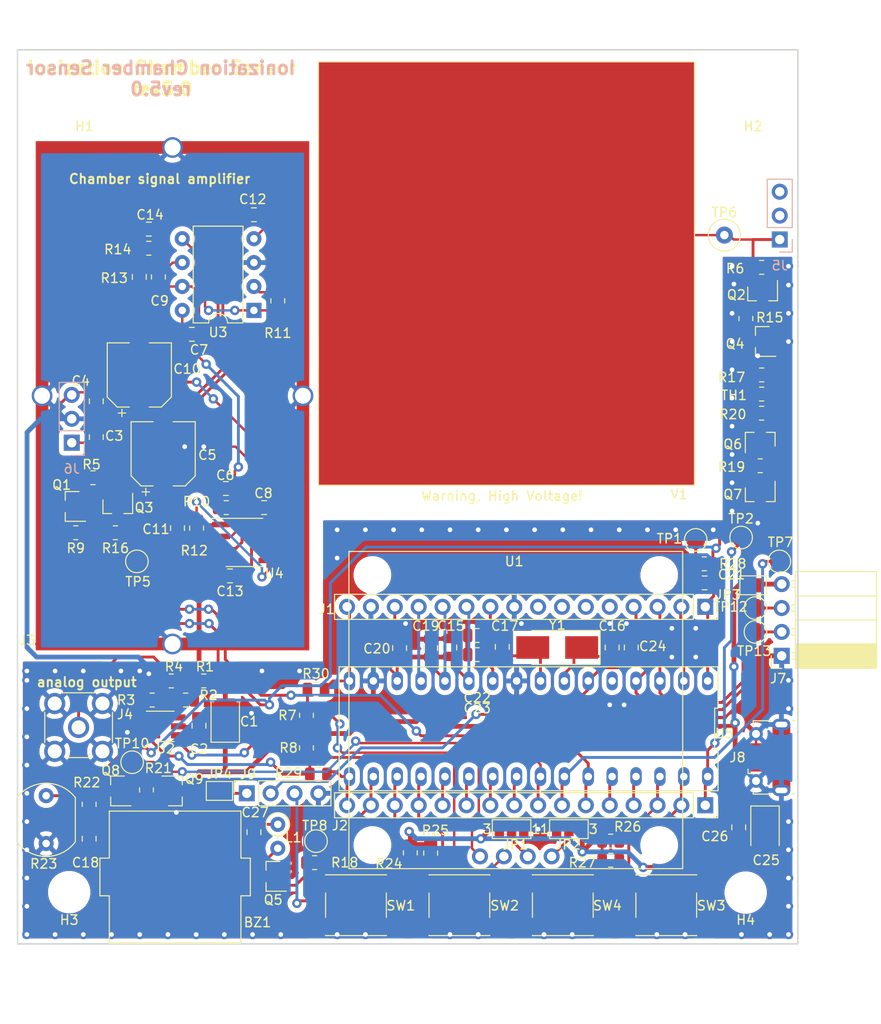
<source format=kicad_pcb>
(kicad_pcb (version 20210623) (generator pcbnew)
  (layers (0 "F.Cu" signal) (31 "B.Cu" signal) (34 "B.Paste" user) (35 "F.Paste" user) (36 "B.SilkS" user "B.Silkscreen") (37 "F.SilkS" user "F.Silkscreen") (38 "B.Mask" user) (39 "F.Mask" user) (44 "Edge.Cuts" user))
  (net 0 "")
  (net 1 "GND")
  (net 2 "+BATT")
  (net 3 "-BATT")
  (net 4 "analog_output")
  (net 5 "+5V")
  (net 6 "Net-(C6-Pad2)")
  (net 7 "Net-(C6-Pad1)")
  (net 8 "Net-(C9-Pad1)")
  (net 9 "Net-(C11-Pad2)")
  (net 10 "Net-(C11-Pad1)")
  (net 11 "Net-(C14-Pad1)")
  (net 12 "Net-(R1-Pad1)")
  (net 13 "Net-(R2-Pad1)")
  (net 14 "Net-(R3-Pad1)")
  (net 15 "Net-(Q1-Pad3)")
  (net 16 "Net-(Q1-Pad1)")
  (net 17 "Net-(Q2-Pad3)")
  (net 18 "/AnalogFrontend/CHAMBER_VOLTAGE")
  (net 19 "Net-(Q2-Pad1)")
  (net 20 "BATTERY_MEASSURE_ENA")
  (net 21 "CHAMBER_VOLTAGE_MEASSURE_ENA")
  (net 22 "BATTERY_MEASSURE_VALUE")
  (net 23 "Net-(R11-Pad2)")
  (net 24 "Net-(R11-Pad1)")
  (net 25 "Net-(BZ1-Pad2)")
  (net 26 "/DataAcquisition/STM8_1_13")
  (net 27 "/DataAcquisition/STM8_1_10")
  (net 28 "/DataAcquisition/STM8_1_8")
  (net 29 "/DataAcquisition/STM8_1_7")
  (net 30 "/DataAcquisition/STM8_1_6")
  (net 31 "/DataAcquisition/STM8_1_4")
  (net 32 "/DataAcquisition/STM8_1_3")
  (net 33 "/DataAcquisition/STM8_1_2")
  (net 34 "/DataAcquisition/STM8_1_21")
  (net 35 "/DataAcquisition/STM8_1_22")
  (net 36 "/DataAcquisition/STM8_1_23")
  (net 37 "/DataAcquisition/STM8_1_24")
  (net 38 "/DataAcquisition/STM8_1_28")
  (net 39 "/DataAcquisition/STM8_1_29")
  (net 40 "/DataAcquisition/STM8_1_32")
  (net 41 "Net-(Q6-Pad3)")
  (net 42 "Net-(Q6-Pad1)")
  (net 43 "Net-(Q5-Pad1)")
  (net 44 "Net-(Q8-Pad3)")
  (net 45 "Net-(Q8-Pad1)")
  (net 46 "R_PHOTO_VOLTAGE_MEASSURE_ENA")
  (net 47 "BUZZER")
  (net 48 "SDA")
  (net 49 "SCL")
  (net 50 "Net-(JP1-Pad2)")
  (net 51 "Net-(JP2-Pad2)")
  (net 52 "KEY_UP")
  (net 53 "KEY_DOWN")
  (net 54 "KEY_LEFT")
  (net 55 "KEY_RIGHT")
  (net 56 "Net-(J7-Pad4)")
  (net 57 "/DataAcquisition/STM8_1_1")
  (net 58 "/DataAcquisition/STM8_1_16")
  (net 59 "/DataAcquisition/STM8_1_17")
  (net 60 "Net-(J9-Pad1)")
  (footprint "Resistor_SMD:R_0805_2012Metric" (layer "F.Cu") (at 136.1445 60.58)
    (fp_text reference "TH1")
    (fp_text value "Thermistor")
  )
  (footprint "TestPoint:TestPoint_Loop_D2.60mm_Drill0.9mm_Beaded" (layer "F.Cu") (at 132.184 43.689)
    (fp_text reference "TP6")
    (fp_text value "TestPoint")
  )
  (footprint "IonizationChamber:IonizationChamberSensor" (layer "F.Cu") (at 89.004 25.274)
    (fp_text reference "V1")
    (fp_text value "Nuclear-Radiation_Detector")
  )
  (footprint "Package_TO_SOT_SMD:SOT-23" (layer "F.Cu") (at 136.248 49.912 -90)
    (fp_text reference "Q2")
    (fp_text value "Q_PMOS_GDS")
  )
  (footprint "Package_TO_SOT_SMD:SOT-23" (layer "F.Cu") (at 136.248 54.992 180)
    (fp_text reference "Q4")
    (fp_text value "Q_NMOS_GDS")
  )
  (footprint "Resistor_SMD:R_0805_2012Metric" (layer "F.Cu") (at 136.1445 47.118 180)
    (fp_text reference "R6")
    (fp_text value "TBD")
  )
  (footprint "Resistor_SMD:R_0805_2012Metric" (layer "F.Cu") (at 134.47 52.5555 90)
    (fp_text reference "R15")
    (fp_text value "TBD")
  )
  (footprint "Resistor_SMD:R_0805_2012Metric" (layer "F.Cu") (at 136.1445 58.548 180)
    (fp_text reference "R17")
    (fp_text value "TBD")
  )
  (footprint "MountingHole:MountingHole_3.5mm" (layer "F.Cu") (at 64.15 29.5)
    (fp_text reference "H1")
    (fp_text value "MountingHole")
  )
  (footprint "MountingHole:MountingHole_3.5mm" (layer "F.Cu") (at 135.4 29.45)
    (fp_text reference "H2")
    (fp_text value "MountingHole")
  )
  (footprint "MountingHole:MountingHole_3.5mm" (layer "F.Cu") (at 62.5 113.5)
    (fp_text reference "H3")
    (fp_text value "MountingHole")
  )
  (footprint "MountingHole:MountingHole_3.5mm" (layer "F.Cu") (at 134.45 113.55)
    (fp_text reference "H4")
    (fp_text value "MountingHole")
  )
  (footprint "Package_TO_SOT_SMD:SOT-23" (layer "F.Cu") (at 135.994 65.406 90)
    (fp_text reference "Q6")
    (fp_text value "Q_PMOS_GDS")
  )
  (footprint "Package_TO_SOT_SMD:SOT-23" (layer "F.Cu") (at 135.994 71.248 -90)
    (fp_text reference "Q7")
    (fp_text value "Q_NMOS_GDS")
  )
  (footprint "Resistor_SMD:R_0805_2012Metric" (layer "F.Cu") (at 135.994 68.2)
    (fp_text reference "R19")
    (fp_text value "TBD")
  )
  (footprint "IonizationChamber:LPT1440S-HS-05-4.0-12-R" (layer "F.Cu") (at 73.764 111.888 -90)
    (fp_text reference "BZ1")
    (fp_text value "Buzzer")
  )
  (footprint "Inductor_THT:L_Axial_L5.3mm_D2.2mm_P2.54mm_Vertical_Vishay_IM-1" (layer "F.Cu") (at 84.686 106.3 -90)
    (fp_text reference "L1")
    (fp_text value "L")
  )
  (footprint "Package_TO_SOT_SMD:SOT-23" (layer "F.Cu") (at 67.668 102.744 180)
    (fp_text reference "Q8")
    (fp_text value "Q_PMOS_GDS")
  )
  (footprint "Package_TO_SOT_SMD:SOT-23" (layer "F.Cu") (at 73.764 102.744)
    (fp_text reference "Q9")
    (fp_text value "Q_NMOS_GDS")
  )
  (footprint "Resistor_SMD:R_0805_2012Metric" (layer "F.Cu") (at 88.5995 110.364)
    (fp_text reference "R18")
    (fp_text value "1k")
  )
  (footprint "Resistor_SMD:R_0805_2012Metric" (layer "F.Cu") (at 70.716 102.6405 90)
    (fp_text reference "R21")
    (fp_text value "TBD")
  )
  (footprint "Resistor_SMD:R_0805_2012Metric" (layer "F.Cu") (at 64.62 104.1645 -90)
    (fp_text reference "R22")
    (fp_text value "TBD")
  )
  (footprint "TestPoint:TestPoint_Pad_D2.0mm" (layer "F.Cu") (at 69.7 78.36)
    (fp_text reference "TP5")
    (fp_text value "TestPoint")
  )
  (footprint "Capacitor_SMD:C_0805_2012Metric" (layer "F.Cu") (at 64.62 107.824 90)
    (fp_text reference "C18")
    (fp_text value "100n")
  )
  (footprint "Jumper:SolderJumper-3_P1.3mm_Open_Pad1.0x1.5mm_NumberLabels" (layer "F.Cu") (at 109.548 106.808 180)
    (fp_text reference "JP1")
    (fp_text value "SolderJumper_3_Open")
  )
  (footprint "Jumper:SolderJumper-3_P1.3mm_Open_Pad1.0x1.5mm_NumberLabels" (layer "F.Cu") (at 115.644 106.808)
    (fp_text reference "JP2")
    (fp_text value "SolderJumper_3_Open")
  )
  (footprint "Capacitor_SMD:C_0805_2012Metric" (layer "F.Cu") (at 79.164 70.613 180)
    (fp_text reference "C6")
    (fp_text value "0R resistor")
  )
  (footprint "Resistor_SMD:R_0805_2012Metric" (layer "F.Cu") (at 79.2015 72.645 180)
    (fp_text reference "R10")
    (fp_text value "10k")
  )
  (footprint "Capacitor_SMD:C_0805_2012Metric" (layer "F.Cu") (at 74.018 74.82 90)
    (fp_text reference "C11")
    (fp_text value "10n")
  )
  (footprint "Connector_Coaxial:SMA_Molex_73251-2200_Horizontal" (layer "F.Cu") (at 63.5 96)
    (fp_text reference "J4")
    (fp_text value "Conn_Coaxial")
  )
  (footprint "Capacitor_SMD:C_0805_2012Metric" (layer "F.Cu") (at 83.228 72.645 180)
    (fp_text reference "C8")
    (fp_text value "100n")
  )
  (footprint "Capacitor_SMD:C_0805_2012Metric" (layer "F.Cu") (at 79.606 79.9)
    (fp_text reference "C13")
    (fp_text value "100n")
  )
  (footprint "Package_SO:SOIC-8_3.9x4.9mm_P1.27mm" (layer "F.Cu") (at 81.13 76.344)
    (fp_text reference "U4")
    (fp_text value "LM358")
  )
  (footprint "Resistor_SMD:R_0805_2012Metric" (layer "F.Cu") (at 76.05 74.82 -90)
    (fp_text reference "R12")
    (fp_text value "120k")
  )
  (footprint "IonizationChamber:RFShield" (layer "F.Cu") (at 87.988 87.758 180)
    (fp_text reference "J3")
    (fp_text value "RF_Shield_One_Piece")
  )
  (footprint "Package_TO_SOT_SMD:SOT-23" (layer "F.Cu") (at 62.842 72.518 180)
    (fp_text reference "Q1")
    (fp_text value "Q_PMOS_GDS")
  )
  (footprint "Package_TO_SOT_SMD:SOT-23" (layer "F.Cu") (at 67.668 72.518 -90)
    (fp_text reference "Q3")
    (fp_text value "Q_NMOS_GDS")
  )
  (footprint "Resistor_SMD:R_0805_2012Metric" (layer "F.Cu") (at 63.1995 75.312 180)
    (fp_text reference "R9")
    (fp_text value "TBD")
  )
  (footprint "Capacitor_SMD:C_0805_2012Metric" (layer "F.Cu") (at 65.382 61.342 -90)
    (fp_text reference "C4")
    (fp_text value "100n")
  )
  (footprint "Resistor_SMD:R_0805_2012Metric" (layer "F.Cu") (at 65.0245 69.47 180)
    (fp_text reference "R5")
    (fp_text value "TBD")
  )
  (footprint "Resistor_SMD:R_0805_2012Metric" (layer "F.Cu") (at 67.414 75.312 180)
    (fp_text reference "R16")
    (fp_text value "TBD")
  )
  (footprint "Capacitor_SMD:C_0805_2012Metric" (layer "F.Cu") (at 65.382 65.152 -90)
    (fp_text reference "C3")
    (fp_text value "100n")
  )
  (footprint "Capacitor_SMD:CP_Elec_6.3x5.8" (layer "F.Cu") (at 72.494 66.93 90)
    (fp_text reference "C5")
    (fp_text value "CP")
  )
  (footprint "Package_TO_SOT_SMD:SOT-23" (layer "F.Cu") (at 84.194 111.822 180)
    (fp_text reference "Q5")
    (fp_text value "Q_NPN_BEC")
  )
  (footprint "OptoDevice:R_LDR_7x6mm_P5.1mm_Vertical" (layer "F.Cu") (at 60.048 103.252 -90)
    (fp_text reference "R23")
    (fp_text value "R_PHOTO")
  )
  (footprint "Capacitor_Tantalum_SMD:CP_EIA-3528-21_Kemet-B" (layer "F.Cu") (at 79.098 95.1105 90)
    (fp_text reference "C1")
    (fp_text value "10u")
  )
  (footprint "Capacitor_SMD:C_0805_2012Metric" (layer "F.Cu") (at 76.304 95.82 -90)
    (fp_text reference "C2")
    (fp_text value "100n")
  )
  (footprint "Resistor_SMD:R_0805_2012Metric" (layer "F.Cu") (at 98.783 109.3245 90)
    (fp_text reference "R24")
    (fp_text value "1k")
  )
  (footprint "Resistor_SMD:R_0805_2012Metric" (layer "F.Cu") (at 76.812 91.06)
    (fp_text reference "R1")
    (fp_text value "0R")
  )
  (footprint "Resistor_SMD:R_0805_2012Metric" (layer "F.Cu") (at 100.942 109.348 90)
    (fp_text reference "R25")
    (fp_text value "1k")
  )
  (footprint "Resistor_SMD:R_0805_2012Metric" (layer "F.Cu") (at 74.8835 93.092)
    (fp_text reference "R2")
    (fp_text value "0R")
  )
  (footprint "Resistor_SMD:R_0805_2012Metric" (layer "F.Cu") (at 120.0955 108.078 180)
    (fp_text reference "R26")
    (fp_text value "1k")
  )
  (footprint "Resistor_SMD:R_0805_2012Metric" (layer "F.Cu") (at 71.3275 93.092 180)
    (fp_text reference "R3")
    (fp_text value "0R")
  )
  (footprint "Resistor_SMD:R_0805_2012Metric" (layer "F.Cu") (at 120.0955 110.11 180)
    (fp_text reference "R27")
    (fp_text value "1k")
  )
  (footprint "Resistor_SMD:R_0805_2012Metric" (layer "F.Cu") (at 73.3595 91.06)
    (fp_text reference "R4")
    (fp_text value "27k")
  )
  (footprint "Button_Switch_SMD:SW_SPST_PTS645" (layer "F.Cu") (at 93 114.888)
    (fp_text reference "SW1")
    (fp_text value "UP")
  )
  (footprint "Button_Switch_SMD:SW_SPST_PTS645" (layer "F.Cu") (at 103.998 114.888)
    (fp_text reference "SW2")
    (fp_text value "DOWN")
  )
  (footprint "Button_Switch_SMD:SW_SPST_PTS645" (layer "F.Cu") (at 126 114.888)
    (fp_text reference "SW3")
    (fp_text value "LEFT")
  )
  (footprint "Button_Switch_SMD:SW_SPST_PTS645" (layer "F.Cu") (at 115 114.888)
    (fp_text reference "SW4")
    (fp_text value "RIGHT")
  )
  (footprint "TestPoint:TestPoint_Pad_D2.0mm" (layer "F.Cu") (at 69.192 99.696)
    (fp_text reference "TP10")
    (fp_text value "TestPoint")
  )
  (footprint "TestPoint:TestPoint_Pad_D2.0mm" (layer "F.Cu") (at 88.75 108.078)
    (fp_text reference "TP8")
    (fp_text value "TestPoint")
  )
  (footprint "TestPoint:TestPoint_Pad_D2.0mm" (layer "F.Cu") (at 138.026 78.36)
    (fp_text reference "TP7")
    (fp_text value "TestPoint")
  )
  (footprint "TestPoint:TestPoint_Pad_D2.0mm" (layer "F.Cu") (at 133.962 75.82)
    (fp_text reference "TP2")
    (fp_text value "TestPoint")
  )
  (footprint "Connector_PinSocket_2.54mm:PinSocket_1x04_P2.54mm_Vertical" (layer "F.Cu") (at 81.384 102.998 90)
    (fp_text reference "J9")
    (fp_text value "Conn_01x04")
  )
  (footprint "Jumper:SolderJumper-2_P1.3mm_Open_Pad1.0x1.5mm" (layer "F.Cu") (at 78.478 102.744)
    (fp_text reference "JP4")
    (fp_text value "Jumper_2_Open")
  )
  (footprint "Resistor_SMD:R_0805_2012Metric" (layer "F.Cu") (at 136.1445 62.612)
    (fp_text reference "R20")
    (fp_text value "TBD")
  )
  (footprint "TestPoint:TestPoint_Pad_D2.0mm" (layer "F.Cu") (at 135.486 85.853)
    (fp_text reference "TP13")
    (fp_text value "TestPoint")
  )
  (footprint "TestPoint:TestPoint_Pad_D2.0mm" (layer "F.Cu") (at 135.486 83.313)
    (fp_text reference "TP12")
    (fp_text value "TestPoint")
  )
  (footprint "Resistor_SMD:R_0805_2012Metric" (layer "F.Cu") (at 88.75 91.949 180)
    (fp_text reference "R30")
    (fp_text value "100R")
  )
  (footprint "Capacitor_SMD:C_0805_2012Metric" (layer "F.Cu") (at 105.834 86.234 180)
    (fp_text reference "C22")
    (fp_text value "470n")
  )
  (footprint "Capacitor_SMD:C_0805_2012Metric" (layer "F.Cu") (at 100.942 87.57 90)
    (fp_text reference "C19")
    (fp_text value "100n")
  )
  (footprint "Capacitor_SMD:C_0805_2012Metric" (layer "F.Cu") (at 130.086 80.646 180)
    (fp_text reference "C21")
    (fp_text value "TBD")
  )
  (footprint "Connector_USB:USB_Micro-B_Molex-105017-0001" (layer "F.Cu") (at 137.01 99.188 90)
    (fp_text reference "J8")
    (fp_text value "USB_B_Micro")
  )
  (footprint "Capacitor_Tantalum_SMD:CP_EIA-3528-21_Kemet-B" (layer "F.Cu") (at 136.502 106.808 -90)
    (fp_text reference "C25")
    (fp_text value "4u7")
  )
  (footprint "Resistor_SMD:R_0805_2012Metric" (layer "F.Cu") (at 130.0485 78.614)
    (fp_text reference "R28")
    (fp_text value "TBD")
  )
  (footprint "Resistor_SMD:R_0805_2012Metric" (layer "F.Cu") (at 89.004 100.966 180)
    (fp_text reference "R29")
    (fp_text value "100R")
  )
  (footprint "Capacitor_SMD:C_0805_2012Metric" (layer "F.Cu") (at 133.708 106.62 -90)
    (fp_text reference "C26")
    (fp_text value "100n")
  )
  (footprint "Jumper:SolderJumper-2_P1.3mm_Open_Pad1.0x1.5mm" (layer "F.Cu") (at 135.232 80.9 180)
    (fp_text reference "JP3")
    (fp_text value "Jumper_2_Open")
  )
  (footprint "Capacitor_SMD:C_0805_2012Metric" (layer "F.Cu") (at 122.278 87.504 90)
    (fp_text reference "C24")
    (fp_text value "100n")
  )
  (footprint "Capacitor_SMD:C_0805_2012Metric" (layer "F.Cu") (at 97.64 87.57 90)
    (fp_text reference "C20")
    (fp_text value "100n")
  )
  (footprint "Capacitor_SMD:C_0805_2012Metric" (layer "F.Cu") (at 105.834 88.266 180)
    (fp_text reference "C23")
    (fp_text value "470n")
  )
  (footprint "Resistor_SMD:R_0805_2012Metric" (layer "F.Cu") (at 87.734 98.172 90)
    (fp_text reference "R8")
    (fp_text value "4k7")
  )
  (footprint "Capacitor_SMD:C_0805_2012Metric" (layer "F.Cu") (at 108.562 87.438 90)
    (fp_text reference "C17")
    (fp_text value "22p")
  )
  (footprint "Connector_PinSocket_2.54mm:PinSocket_1x16_P2.54mm_Vertical" (layer "F.Cu") (at 130.152 104.268 -90)
    (fp_text reference "J2")
    (fp_text value "Conn_01x16_Female")
  )
  (footprint "Capacitor_SMD:C_0805_2012Metric" (layer "F.Cu") (at 120.246 87.504 90)
    (fp_text reference "C16")
    (fp_text value "22p")
  )
  (footprint "TestPoint:TestPoint_Pad_D2.0mm" (layer "F.Cu") (at 129.136 76.074)
    (fp_text reference "TP1")
    (fp_text value "TestPoint")
  )
  (footprint "Crystal:Crystal_SMD_5032-2Pin_5.0x3.2mm_HandSoldering" (layer "F.Cu") (at 114.404 87.504 180)
    (fp_text reference "Y1")
    (fp_text value "Crystal")
  )
  (footprint "Resistor_SMD:R_0805_2012Metric" (layer "F.Cu") (at 87.734 94.7195 -90)
    (fp_text reference "R7")
    (fp_text value "4k7")
  )
  (footprint "Connector_PinSocket_2.54mm:PinSocket_1x04_P2.54mm_Horizontal" (layer "F.Cu") (at 138.28 88.393 180)
    (fp_text reference "J7")
    (fp_text value "UART")
  )
  (footprint "Capacitor_SMD:C_0805_2012Metric" (layer "F.Cu") (at 102.974 87.504 90)
    (fp_text reference "C15")
    (fp_text value "100n")
  )
  (footprint "IonizationChamber:SSD1306" (layer "F.Cu") (at 110 111 180)
    (fp_text reference "U1")
    (fp_text value "SSD1306")
  )
  (footprint "Connector_PinSocket_2.54mm:PinSocket_1x16_P2.54mm_Vertical" (layer "F.Cu") (at 130.152 83.186 -90)
    (fp_text reference "J1")
    (fp_text value "Conn_01x16_Female")
  )
  (footprint "Capacitor_SMD:C_0805_2012Metric" (layer "F.Cu") (at 82.146 107.128 -90)
    (fp_text reference "C27")
    (fp_text value "100n")
  )
  (footprint "IonizationChamber:DIP-32_400_ELL" (layer "F.Cu") (at 111.356 96.14 180)
    (fp_text reference "U5")
    (fp_text value "STM8S105K4B6")
  )
  (footprint "Package_TO_SOT_SMD:SOT-23-6_Handsoldering" (layer "F.Cu") (at 72.748 95.886)
    (fp_text reference "U2")
    (fp_text value "MCP3425A0T-ECH")
  )
  (footprint "Capacitor_SMD:C_0805_2012Metric" (layer "F.Cu") (at 70.97 43.054 180)
    (fp_text reference "C14")
    (fp_text value "0R resistor")
  )
  (footprint "Capacitor_SMD:C_0805_2012Metric" (layer "F.Cu") (at 82.146 41.53 180)
    (fp_text reference "C12")
    (fp_text value "100n")
  )
  (footprint "Capacitor_SMD:C_0805_2012Metric" (layer "F.Cu") (at 75.542 54.23)
    (fp_text reference "C7")
    (fp_text value "100n")
  )
  (footprint "Capacitor_SMD:C_0805_2012Metric" (layer "F.Cu") (at 69.954 48.134 -90)
    (fp_text reference "C9")
    (fp_text value "10n")
  )
  (footprint "Package_DIP:DIP-8_W7.62mm" (layer "F.Cu") (at 82.146 51.69 180)
    (fp_text reference "U3")
    (fp_text value "LMC662")
  )
  (footprint "Resistor_SMD:R_0805_2012Metric" (layer "F.Cu") (at 84.686 50.674 90)
    (fp_text reference "R11")
    (fp_text value "2*50G")
  )
  (footprint "Resistor_SMD:R_0805_2012Metric" (layer "F.Cu") (at 71.986 48.134 90)
    (fp_text reference "R13")
    (fp_text value "120k")
  )
  (footprint "Resistor_SMD:R_0805_2012Metric" (layer "F.Cu") (at 70.97 45.086)
    (fp_text reference "R14")
    (fp_text value "10k")
  )
  (footprint "Capacitor_SMD:CP_Elec_6.3x5.8" (layer "F.Cu") (at 69.954 58.548 90)
    (fp_text reference "C10")
    (fp_text value "CP")
  )
  (footprint "Connector_PinSocket_2.54mm:PinSocket_1x03_P2.54mm_Vertical" (layer "B.Cu") (at 138.07 44.16)
    (fp_text reference "J5")
    (fp_text value "Conn_01x03_Male")
  )
  (footprint "Connector_PinSocket_2.54mm:PinSocket_1x03_P2.54mm_Vertical" (layer "B.Cu") (at 62.77 65.75)
    (fp_text reference "J6")
    (fp_text value "Conn_01x03_Male")
  )
  (gr_line (start 57 119) (end 140 119) (layer "Edge.Cuts") (width 0.15))
  (gr_line (start 140 119) (end 140 24) (layer "Edge.Cuts") (width 0.15))
  (gr_line (start 57 119) (end 57 24) (layer "Edge.Cuts") (width 0.15))
  (gr_line (start 140 24) (end 57 24) (layer "Edge.Cuts") (width 0.15))
  (gr_text "Ionization Chamber Sensor\nrev5.0" (at 72.24 27.052) (layer "B.SilkS") (effects (font (size 1.4 1.4) (thickness 0.3)) (justify mirror)))
  (gr_text "Ionization Chamber Sensor\nrev5.0" (at 72.367 27.052) (layer "F.SilkS") (effects (font (size 1.4 1.4) (thickness 0.3))))
  (gr_text "analog output" (at 64.366 91.187) (layer "F.SilkS") (effects (font (size 1 1) (thickness 0.2))))
  (gr_text "Chamber signal amplifier" (at 72.113 37.72) (layer "F.SilkS") (effects (font (size 1 1) (thickness 0.2))))
  (segment (start 67.668 73.534) (end 68.3265 74.1925) (width 0.254) (layer "F.Cu") (net 1))
  (segment (start 67.668 73.518) (end 67.668 73.534) (width 0.254) (layer "F.Cu") (net 1))
  (segment (start 68.3265 74.1925) (end 68.3265 75.312) (width 0.254) (layer "F.Cu") (net 1))
  (segment (start 62.77 63.21) (end 65.218 63.21) (width 0.254) (layer "F.Cu") (net 1))
  (segment (start 65.218 63.21) (end 65.382 63.374) (width 0.254) (layer "F.Cu") (net 1))
  (segment (start 65.382 63.374) (end 65.382 64.202) (width 0.254) (layer "F.Cu") (net 1))
  (segment (start 77.574 44.578) (end 74.526 41.53) (width 0.254) (layer "F.Cu") (net 1))
  (segment (start 74.526 41.53) (end 70.462 41.53) (width 0.254) (layer "F.Cu") (net 1))
  (segment (start 70.462 41.53) (end 70.02 41.972) (width 0.254) (layer "F.Cu") (net 1))
  (segment (start 70.02 41.972) (end 70.02 43.054) (width 0.254) (layer "F.Cu") (net 1))
  (segment (start 69.606 61.596) (end 69.954 61.248) (width 0.254) (layer "F.Cu") (net 1))
  (segment (start 81.196 41.53) (end 80.114 41.53) (width 0.3048) (layer "F.Cu") (net 1))
  (segment (start 74.78 65.58) (end 74.78 66.168) (width 0.254) (layer "F.Cu") (net 1))
  (segment (start 78.844 43.054) (end 78.844 43.308) (width 0.3048) (layer "F.Cu") (net 1))
  (segment (start 69.319 95.886) (end 68.684 96.521) (width 0.3048) (layer "F.Cu") (net 1))
  (segment (start 75.288 61.413474) (end 78.844 57.857474) (width 0.3048) (layer "F.Cu") (net 1))
  (segment (start 82.278 72.645) (end 81.892 73.031) (width 0.3048) (layer "F.Cu") (net 1))
  (segment (start 65.382 62.292) (end 65.382 63.046) (width 0.254) (layer "F.Cu") (net 1))
  (segment (start 67.07 63.21) (end 68.684 61.596) (width 0.254) (layer "F.Cu") (net 1))
  (segment (start 82.146 46.61) (end 80.622 46.61) (width 0.3048) (layer "F.Cu") (net 1))
  (segment (start 65.382 63.046) (end 65.218 63.21) (width 0.254) (layer "F.Cu") (net 1))
  (segment (start 72.494 64.23) (end 73.43 64.23) (width 0.254) (layer "F.Cu") (net 1))
  (segment (start 81.892 67.873894) (end 81.892 69.724) (width 0.3048) (layer "F.Cu") (net 1))
  (segment (start 78.844 57.857474) (end 78.844 49.404) (width 0.3048) (layer "F.Cu") (net 1))
  (segment (start 76.492 54.23) (end 77.066 54.23) (width 0.254) (layer "F.Cu") (net 1))
  (segment (start 77.574 48.134) (end 78.844 49.404) (width 0.3048) (layer "F.Cu") (net 1))
  (segment (start 67.668 73.518) (end 67.668 68.708) (width 0.254) (layer "F.Cu") (net 1))
  (segment (start 72.494 64.23) (end 73.67 64.23) (width 0.3048) (layer "F.Cu") (net 1))
  (segment (start 82.278 72.645) (end 80.876 74.047) (width 0.3048) (layer "F.Cu") (net 1))
  (segment (start 80.186111 66.168005) (end 76.811995 66.168005) (width 0.254) (layer "F.Cu") (net 1))
  (segment (start 80.225 76.979) (end 78.655 76.979) (width 0.3048) (layer "F.Cu") (net 1))
  (segment (start 68.684 61.596) (end 69.606 61.596) (width 0.254) (layer "F.Cu") (net 1))
  (segment (start 80.876 76.328) (end 80.225 76.979) (width 0.3048) (layer "F.Cu") (net 1))
  (segment (start 78.336 52.96) (end 78.336 49.912) (width 0.3048) (layer "F.Cu") (net 1))
  (segment (start 59.613 34.387) (end 59.617 34.383) (width 0.508) (layer "F.Cu") (net 1))
  (segment (start 69.954 63.374) (end 70.81 64.23) (width 0.3048) (layer "F.Cu") (net 1))
  (segment (start 70.97 90.552) (end 70.97 90.298) (width 0.508) (layer "F.Cu") (net 1))
  (segment (start 71.398 95.687) (end 71.199 95.886) (width 0.3048) (layer "F.Cu") (net 1))
  (segment (start 80.114 41.53) (end 78.844 42.8) (width 0.3048) (layer "F.Cu") (net 1))
  (segment (start 78.844 42.8) (end 78.844 43.308) (width 0.3048) (layer "F.Cu") (net 1))
  (segment (start 73.43 64.23) (end 74.78 65.58) (width 0.254) (layer "F.Cu") (net 1))
  (segment (start 81.892 78.868) (end 81.892 79.376) (width 0.3048) (layer "F.Cu") (net 1))
  (segment (start 81.892 79.376) (end 81.368 79.9) (width 0.3048) (layer "F.Cu") (net 1))
  (segment (start 61.21641 63.47559) (end 61.482 63.21) (width 0.254) (layer "F.Cu") (net 1))
  (segment (start 77.066 54.23) (end 78.336 52.96) (width 0.254) (layer "F.Cu") (net 1))
  (segment (start 81.892 73.031) (end 81.892 78.868) (width 0.3048) (layer "F.Cu") (net 1))
  (segment (start 78.336 49.912) (end 78.844 49.404) (width 0.3048) (layer "F.Cu") (net 1))
  (segment (start 67.668 68.708) (end 66.96 68) (width 0.254) (layer "F.Cu") (net 1))
  (segment (start 81.368 79.9) (end 80.556 79.9) (width 0.3048) (layer "F.Cu") (net 1))
  (segment (start 71.478 91.06) (end 70.97 90.552) (width 0.508) (layer "F.Cu") (net 1))
  (segment (start 69.954 61.248) (end 69.954 63.374) (width 0.3048) (layer "F.Cu") (net 1))
  (segment (start 59.613 60.758) (end 59.613 34.387) (width 0.508) (layer "F.Cu") (net 1))
  (segment (start 59.133 87.133) (end 59.613 86.653) (width 0.508) (layer "F.Cu") (net 1))
  (segment (start 86.383 34.383) (end 87.363 35.363) (width 0.508) (layer "F.Cu") (net 1))
  (segment (start 81.892 67.873894) (end 80.186111 66.168005) (width 0.254) (layer "F.Cu") (net 1))
  (segment (start 61.21641 67.33641) (end 61.21641 63.47559) (width 0.254) (layer "F.Cu") (net 1))
  (segment (start 80.368 46.864) (end 80.368 47.88) (width 0.3048) (layer "F.Cu") (net 1))
  (segment (start 70.81 64.23) (end 72.494 64.23) (width 0.3048) (layer "F.Cu") (net 1))
  (segment (start 73.67 64.23) (end 75.288 62.612) (width 0.3048) (layer "F.Cu") (net 1))
  (segment (start 61.88 68) (end 61.21641 67.33641) (width 0.254) (layer "F.Cu") (net 1))
  (segment (start 72.447 91.06) (end 71.478 91.06) (width 0.508) (layer "F.Cu") (net 1))
  (segment (start 61.482 63.21) (end 62.77 63.21) (width 0.254) (layer "F.Cu") (net 1))
  (segment (start 59.613 86.653) (end 59.613 60.758) (width 0.508) (layer "F.Cu") (net 1))
  (segment (start 73.488 34.383) (end 86.383 34.383) (width 0.508) (layer "F.Cu") (net 1))
  (segment (start 78.844 43.308) (end 78.844 49.404) (width 0.3048) (layer "F.Cu") (net 1))
  (segment (start 81.892 69.724) (end 82.278 70.11) (width 0.3048) (layer "F.Cu") (net 1))
  (segment (start 82.278 70.11) (end 82.278 72.645) (width 0.3048) (layer "F.Cu") (net 1))
  (segment (start 73.488 87.133) (end 59.133 87.133) (width 0.508) (layer "F.Cu") (net 1))
  (segment (start 81.892 78.564) (end 81.892 78.868) (width 0.3048) (layer "F.Cu") (net 1))
  (segment (start 87.363 35.363) (end 87.363 60.758) (width 0.508) (layer "F.Cu") (net 1))
  (segment (start 72.748 64.042) (end 72.748 64.263) (width 0.254) (layer "F.Cu") (net 1))
  (segment (start 77.574 44.578) (end 77.574 48.134) (width 0.3048) (layer "F.Cu") (net 1))
  (segment (start 80.622 46.61) (end 80.368 46.864) (width 0.3048) (layer "F.Cu") (net 1))
  (segment (start 65.218 63.21) (end 67.07 63.21) (width 0.254) (layer "F.Cu") (net 1))
  (segment (start 105.006 86.488) (end 104.752 86.234) (width 0.3048) (layer "F.Cu") (net 1))
  (segment (start 71.199 95.886) (end 69.319 95.886) (width 0.3048) (layer "F.Cu") (net 1))
  (segment (start 59.617 34.383) (end 73.488 34.383) (width 0.508) (layer "F.Cu") (net 1))
  (segment (start 135.5475 97.888) (end 135.5475 96.688) (width 0.254) (layer "F.Cu") (net 1))
  (segment (start 66.96 68) (end 61.88 68) (width 0.254) (layer "F.Cu") (net 1))
  (segment (start 80.368 47.88) (end 78.844 49.404) (width 0.3048) (layer "F.Cu") (net 1))
  (segment (start 80.876 74.047) (end 80.876 76.328) (width 0.3048) (layer "F.Cu") (net 1))
  (segment (start 75.288 62.612) (end 75.288 61.413474) (width 0.3048) (layer "F.Cu") (net 1))
  (via (at 119.992 84.964) (size 1) (drill 0.5) (layers "F.Cu" "B.Cu") (net 1))
  (via (at 58 109) (size 1) (drill 0.5) (layers "F.Cu" "B.Cu") (net 1))
  (via (at 133 61) (size 1) (drill 0.5) (layers "F.Cu" "B.Cu") (net 1))
  (via (at 64 90) (size 1) (drill 0.5) (layers "F.Cu" "B.Cu") (net 1))
  (via (at 133 70) (size 1) (drill 0.5) (layers "F.Cu" "B.Cu") (net 1))
  (via (at 97 75) (size 1) (drill 0.5) (layers "F.Cu" "B.Cu") (net 1))
  (via (at 91 75) (size 1) (drill 0.5) (layers "F.Cu" "B.Cu") (net 1))
  (via (at 118 75) (size 1) (drill 0.5) (layers "F.Cu" "B.Cu") (net 1))
  (via (at 133 67) (size 1) (drill 0.5) (layers "F.Cu" "B.Cu") (net 1))
  (via (at 61 90) (size 1) (drill 0.5) (layers "F.Cu" "B.Cu") (net 1))
  (via (at 139 106) (size 1) (drill 0.5) (layers "F.Cu" "B.Cu") (net 1))
  (via (at 79 118) (size 1) (drill 0.5) (layers "F.Cu" "B.Cu") (net 1))
  (via (at 135.74 56.516) (size 1) (drill 0.5) (layers "F.Cu" "B.Cu") (net 1))
  (via (at 58 115) (size 1) (drill 0.5) (layers "F.Cu" "B.Cu") (net 1))
  (via (at 85 118) (size 1) (drill 0.5) (layers "F.Cu" "B.Cu") (net 1))
  (via (at 83 90) (size 1) (drill 0.5) (layers "F.Cu" "B.Cu") (net 1))
  (via (at 94 75) (size 1) (drill 0.5) (layers "F.Cu" "B.Cu") (net 1))
  (via (at 73.891 105.03) (size 1) (drill 0.5) (layers "F.Cu" "B.Cu") (net 1))
  (via (at 106 118) (size 1) (drill 0.5) (layers "F.Cu" "B.Cu") (net 1))
  (via (at 113 118) (size 1) (drill 0.5) (layers "F.Cu" "B.Cu") (net 1))
  (via (at 58 94) (size 1) (drill 0.5) (layers "F.Cu" "B.Cu") (net 1))
  (via (at 94 118) (size 1) (drill 0.5) (layers "F.Cu" "B.Cu") (net 1))
  (via (at 70.97 90.298) (size 1) (drill 0.5) (layers "F.Cu" "B.Cu") (net 1))
  (via (at 58 118) (size 1) (drill 0.5) (layers "F.Cu" "B.Cu") (net 1))
  (via (at 91 78) (size 1) (drill 0.5) (layers "F.Cu" "B.Cu") (net 1))
  (via (at 115 75) (size 1) (drill 0.5) (layers "F.Cu" "B.Cu") (net 1))
  (via (at 134 118) (size 1) (drill 0.5) (layers "F.Cu" "B.Cu") (net 1))
  (via (at 68 90) (size 1) (drill 0.5) (layers "F.Cu" "B.Cu") (net 1))
  (via (at 68.684 96.521) (size 1) (drill 0.5) (layers "F.Cu" "B.Cu") (net 1))
  (via (at 125 118) (size 1) (drill 0.5) (layers "F.Cu" "B.Cu") (net 1))
  (via (at 91 118) (size 1) (drill 0.5) (layers "F.Cu" "B.Cu") (net 1))
  (via (at 58 97) (size 1) (drill 0.5) (layers "F.Cu" "B.Cu") (net 1))
  (via (at 121 75) (size 1) (drill 0.5) (layers "F.Cu" "B.Cu") (net 1))
  (via (at 129.136 88.52) (size 1) (drill 0.5) (layers "F.Cu" "B.Cu") (net 1))
  (via (at 82 118) (size 1) (drill 0.5) (layers "F.Cu" "B.Cu") (net 1))
  (via (at 139 94) (size 1) (drill 0.5) (layers "F.Cu" "B.Cu") (net 1))
  (via (at 119.992 93.6) (size 1) (drill 0.5) (layers "F.Cu" "B.Cu") (net 1))
  (via (at 58 100) (size 1) (drill 0.5) (layers "F.Cu" "B.Cu") (net 1))
  (via (at 64 118) (size 1) (drill 0.5) (layers "F.Cu" "B.Cu") (net 1))
  (via (at 133 52) (size 1) (drill 0.5) (layers "F.Cu" "B.Cu") (net 1))
  (via (at 76.811995 66.168005) (size 1) (drill 0.5) (layers "F.Cu" "B.Cu") (net 1))
  (via (at 74.78 66.168) (size 1) (drill 0.5) (layers "F.Cu" "B.Cu") (net 1))
  (via (at 112 75) (size 1) (drill 0.5) (layers "F.Cu" "B.Cu") (net 1))
  (via (at 127 75) (size 1) (drill 0.5) (layers "F.Cu" "B.Cu") (net 1))
  (via (at 76 118) (size 1) (drill 0.5) (layers "F.Cu" "B.Cu") (net 1))
  (via (at 58 103) (size 1) (drill 0.5) (layers "F.Cu" "B.Cu") (net 1))
  (via (at 103 118) (size 1) (drill 0.5) (layers "F.Cu" "B.Cu") (net 1))
  (via (at 58 90) (size 1) (drill 0.5) (layers "F.Cu" "B.Cu") (net 1))
  (via (at 58 112) (size 1) (drill 0.5) (layers "F.Cu" "B.Cu") (net 1))
  (via (at 128 118) (size 1) (drill 0.5) (layers "F.Cu" "B.Cu") (net 1))
  (via (at 116 118) (size 1) (drill 0.5) (layers "F.Cu" "B.Cu") (net 1))
  (via (at 58 91) (size 1) (drill 0.5) (layers "F.Cu" "B.Cu") (net 1))
  (via (at 139 52) (size 1) (drill 0.5) (layers "F.Cu" "B.Cu") (net 1))
  (via (at 139 109) (size 1) (drill 0.5) (layers "F.Cu" "B.Cu") (net 1))
  (via (at 109 75) (size 1) (drill 0.5) (layers "F.Cu" "B.Cu") (net 1))
  (via (at 98.275 84.964) (size 1) (drill 0.5) (layers "F.Cu" "B.Cu") (net 1))
  (via (at 126.596 88.52) (size 1) (drill 0.5) (layers "F.Cu" "B.Cu") (net 1))
  (via (at 70 118) (size 1) (drill 0.5) (layers "F.Cu" "B.Cu") (net 1))
  (via (at 58 106) (size 1) (drill 0.5) (layers "F.Cu" "B.Cu") (net 1))
  (via (at 131 75) (size 1) (drill 0.5) (layers "F.Cu" "B.Cu") (net 1))
  (via (at 133.2 48.896) (size 1) (drill 0.5) (layers "F.Cu" "B.Cu") (net 1))
  (via (at 126.596 85.472) (size 1) (drill 0.5) (layers "F.Cu" "B.Cu") (net 1))
  (via (at 133 55) (size 1) (drill 0.5) (layers "F.Cu" "B.Cu") (net 1))
  (via (at 112.372 106.808) (size 1) (drill 0.5) (layers "F.Cu" "B.Cu") (net 1))
  (via (at 139 115) (size 1) (drill 0.5) (layers "F.Cu" "B.Cu") (net 1))
  (via (at 87 90) (size 1) (drill 0.5) (layers "F.Cu" "B.Cu") (net 1))
  (via (at 139 47) (size 1) (drill 0.5) (layers "F.Cu" "B.Cu") (net 1))
  (via (at 139 49) (size 1) (drill 0.5) (layers "F.Cu" "B.Cu") (net 1))
  (via (at 121.77 84.964) (size 1) (drill 0.5) (layers "F.Cu" "B.Cu") (net 1))
  (via (at 67 118) (size 1) (drill 0.5) (layers "F.Cu" "B.Cu") (net 1))
  (via (at 81.892 94.489) (size 1) (drill 0.5) (layers "F.Cu" "B.Cu") (net 1))
  (via (at 103 75) (size 1) (drill 0.5) (layers "F.Cu" "B.Cu") (net 1))
  (via (at 139 91) (size 1) (drill 0.5) (layers "F.Cu" "B.Cu") (net 1))
  (via (at 73 118) (size 1) (drill 0.5) (layers "F.Cu" "B.Cu") (net 1))
  (via (at 137 118) (size 1) (drill 0.5) (layers "F.Cu" "B.Cu") (net 1))
  (via (at 133 73) (size 1) (drill 0.5) (layers "F.Cu" "B.Cu") (net 1))
  (via (at 61 118) (size 1) (drill 0.5) (layers "F.Cu" "B.Cu") (net 1))
  (via (at 133 47) (size 1) (drill 0.5) (layers "F.Cu" "B.Cu") (net 1))
  (via (at 133 58) (size 1) (drill 0.5) (layers "F.Cu" "B.Cu") (net 1))
  (via (at 129.136 85.472) (size 1) (drill 0.5) (layers "F.Cu" "B.Cu") (net 1))
  (via (at 106 75) (size 1) (drill 0.5) (layers "F.Cu" "B.Cu") (net 1))
  (via (at 124 75) (size 1) (drill 0.5) (layers "F.Cu" "B.Cu") (net 1))
  (via (at 110.594 84.964) (size 1) (drill 0.5) (layers "F.Cu" "B.Cu") (net 1))
  (via (at 139 55) (size 1) (drill 0.5) (layers "F.Cu" "B.Cu") (net 1))
  (via (at 100 75) (size 1) (drill 0.5) (layers "F.Cu" "B.Cu") (net 1))
  (via (at 121.516 93.6) (size 1) (drill 0.5) (layers "F.Cu" "B.Cu") (net 1))
  (via (at 133 64) (size 1) (drill 0.5) (layers "F.Cu" "B.Cu") (net 1))
  (via (at 70 90) (size 1) (drill 0.5) (layers "F.Cu" "B.Cu") (net 1))
  (via (at 135.74 74.296) (size 1) (drill 0.5) (layers "F.Cu" "B.Cu") (net 1))
  (via (at 139 112) (size 1) (drill 0.5) (layers "F.Cu" "B.Cu") (net 1))
  (via (at 139 118) (size 1) (drill 0.5) (layers "F.Cu" "B.Cu") (net 1))
  (segment (start 62.065 63.21) (end 59.613 60.758) (width 0.508) (layer "B.Cu") (net 1))
  (segment (start 69.856 88.52) (end 59.032 88.52) (width 0.508) (layer "B.Cu") (net 1))
  (segment (start 62.77 63.21) (end 62.065 63.21) (width 0.508) (layer "B.Cu") (net 1))
  (segment (start 59.032 88.52) (end 58.016 87.504) (width 0.508) (layer "B.Cu") (net 1))
  (segment (start 70.97 89.634) (end 69.856 88.52) (width 0.508) (layer "B.Cu") (net 1))
  (segment (start 74.780005 66.168005) (end 74.78 66.168) (width 0.254) (layer "B.Cu") (net 1))
  (segment (start 76.811995 66.168005) (end 74.780005 66.168005) (width 0.254) (layer "B.Cu") (net 1))
  (segment (start 70.97 90.298) (end 70.97 89.634) (width 0.508) (layer "B.Cu") (net 1))
  (segment (start 58.016 87.504) (end 58.016 64.644) (width 0.508) (layer "B.Cu") (net 1))
  (segment (start 58.016 64.644) (end 59.45 63.21) (width 0.508) (layer "B.Cu") (net 1))
  (segment (start 59.45 63.21) (end 62.77 63.21) (width 0.508) (layer "B.Cu") (net 1))
  (segment (start 63.842 71.568) (end 63.842 69.74) (width 0.254) (layer "F.Cu") (net 2))
  (segment (start 65.382 60.392) (end 63.048 60.392) (width 0.254) (layer "F.Cu") (net 2))
  (segment (start 63.048 60.392) (end 62.77 60.67) (width 0.254) (layer "F.Cu") (net 2))
  (segment (start 63.842 69.74) (end 64.112 69.47) (width 0.254) (layer "F.Cu") (net 2))
  (segment (start 74.526 51.69) (end 74.526 54.164) (width 0.254) (layer "F.Cu") (net 2))
  (segment (start 74.526 54.164) (end 74.592 54.23) (width 0.254) (layer "F.Cu") (net 2))
  (segment (start 76.05 59.31) (end 75.034 59.31) (width 0.3048) (layer "F.Cu") (net 2))
  (segment (start 62.47 69.47) (end 60.683 67.683) (width 0.3048) (layer "F.Cu") (net 2))
  (segment (start 65.636 60.072) (end 65.636 58.548) (width 0.254) (layer "F.Cu") (net 2))
  (segment (start 84.178 67.437994) (end 78.327999 61.587993) (width 0.254) (layer "F.Cu") (net 2))
  (segment (start 75.034 59.31) (end 71.572 55.848) (width 0.3048) (layer "F.Cu") (net 2))
  (segment (start 84.178 72.788) (end 84.178 67.437994) (width 0.254) (layer "F.Cu") (net 2))
  (segment (start 83.605 73.361) (end 84.178 72.788) (width 0.3048) (layer "F.Cu") (net 2))
  (segment (start 62.498 60.67) (end 62.77 60.67) (width 0.3048) (layer "F.Cu") (net 2))
  (segment (start 69.446 55.848) (end 71.5275 55.848) (width 0.254) (layer "F.Cu") (net 2))
  (segment (start 60.683 62.485) (end 62.498 60.67) (width 0.3048) (layer "F.Cu") (net 2))
  (segment (start 78.327999 61.587993) (end 77.828 61.087994) (width 0.254) (layer "F.Cu") (net 2))
  (segment (start 73.1455 54.23) (end 74.592 54.23) (width 0.254) (layer "F.Cu") (net 2))
  (segment (start 65.636 58.548) (end 68.336 55.848) (width 0.254) (layer "F.Cu") (net 2))
  (segment (start 64.112 69.47) (end 62.47 69.47) (width 0.3048) (layer "F.Cu") (net 2))
  (segment (start 71.5275 55.848) (end 73.1455 54.23) (width 0.254) (layer "F.Cu") (net 2))
  (segment (start 68.336 55.848) (end 69.446 55.848) (width 0.254) (layer "F.Cu") (net 2))
  (segment (start 60.683 67.683) (end 60.683 62.485) (width 0.3048) (layer "F.Cu") (net 2))
  (segment (start 64.874 60.392) (end 65.316 60.392) (width 0.254) (layer "F.Cu") (net 2))
  (segment (start 71.572 55.848) (end 69.954 55.848) (width 0.3048) (layer "F.Cu") (net 2))
  (segment (start 65.316 60.392) (end 65.636 60.072) (width 0.254) (layer "F.Cu") (net 2))
  (segment (start 83.605 74.439) (end 83.605 73.361) (width 0.3048) (layer "F.Cu") (net 2))
  (via (at 76.05 59.31) (size 1) (drill 0.5) (layers "F.Cu" "B.Cu") (net 2))
  (via (at 77.828 61.087994) (size 1) (drill 0.5) (layers "F.Cu" "B.Cu") (net 2))
  (segment (start 77.827994 61.087994) (end 77.828 61.087994) (width 0.254) (layer "B.Cu") (net 2))
  (segment (start 76.05 59.31) (end 77.827994 61.087994) (width 0.254) (layer "B.Cu") (net 2))
  (segment (start 78.656 79.9) (end 78.656 78.25) (width 0.254) (layer "F.Cu") (net 3))
  (segment (start 78.656 78.25) (end 78.655 78.249) (width 0.254) (layer "F.Cu") (net 3))
  (segment (start 62.77 65.75) (end 65.03 65.75) (width 0.254) (layer "F.Cu") (net 3))
  (segment (start 65.03 65.75) (end 65.382 66.102) (width 0.254) (layer "F.Cu") (net 3))
  (segment (start 82.146 44.07) (end 83.162 43.054) (width 0.254) (layer "F.Cu") (net 3))
  (segment (start 83.162 43.054) (end 83.162 41.596) (width 0.254) (layer "F.Cu") (net 3))
  (segment (start 83.162 41.596) (end 83.096 41.53) (width 0.254) (layer "F.Cu") (net 3))
  (segment (start 79.86 57.63175) (end 83.57025 57.63175) (width 0.3048) (layer "F.Cu") (net 3))
  (segment (start 83.57025 57.63175) (end 86.27501 54.92699) (width 0.3048) (layer "F.Cu") (net 3))
  (segment (start 73.858 69.63) (end 75.846811 67.641189) (width 0.3048) (layer "F.Cu") (net 3))
  (segment (start 86.27501 43.62701) (end 84.178 41.53) (width 0.3048) (layer "F.Cu") (net 3))
  (segment (start 72.494 69.63) (end 73.858 69.63) (width 0.3048) (layer "F.Cu") (net 3))
  (segment (start 69.954 69.47) (end 72.334 69.47) (width 0.254) (layer "F.Cu") (net 3))
  (segment (start 78.655 78.249) (end 73.764 78.249) (width 0.3048) (layer "F.Cu") (net 3))
  (segment (start 72.334 69.47) (end 72.494 69.63) (width 0.254) (layer "F.Cu") (net 3))
  (segment (start 84.178 41.53) (end 83.096 41.53) (width 0.3048) (layer "F.Cu") (net 3))
  (segment (start 86.27501 54.67299) (end 86.27501 43.62701) (width 0.3048) (layer "F.Cu") (net 3))
  (segment (start 75.846811 61.644941) (end 79.86 57.63175) (width 0.3048) (layer "F.Cu") (net 3))
  (segment (start 66.586 66.102) (end 69.954 69.47) (width 0.254) (layer "F.Cu") (net 3))
  (segment (start 72.494 76.979) (end 72.494 69.63) (width 0.254) (layer "F.Cu") (net 3))
  (segment (start 65.382 66.102) (end 66.586 66.102) (width 0.254) (layer "F.Cu") (net 3))
  (segment (start 73.764 78.249) (end 72.494 76.979) (width 0.3048) (layer "F.Cu") (net 3))
  (segment (start 86.27501 54.92699) (end 86.27501 54.67299) (width 0.3048) (layer "F.Cu") (net 3))
  (segment (start 75.846811 67.641189) (end 75.846811 61.644941) (width 0.3048) (layer "F.Cu") (net 3))
  (segment (start 86.27501 54.67299) (end 86.27501 54.29501) (width 0.3048) (layer "F.Cu") (net 3))
  (segment (start 83.605 75.709) (end 83.605 76.979) (width 0.254) (layer "F.Cu") (net 4))
  (segment (start 63.5 92.688) (end 67.668 88.52) (width 0.3048) (layer "F.Cu") (net 4))
  (segment (start 84.58 76.979) (end 83.605 76.979) (width 0.508) (layer "F.Cu") (net 4))
  (segment (start 63.5 96) (end 63.5 92.688) (width 0.3048) (layer "F.Cu") (net 4))
  (segment (start 83.686 81.662) (end 85.448 79.9) (width 0.508) (layer "F.Cu") (net 4))
  (segment (start 77.431494 89.647494) (end 76.311994 89.647494) (width 0.508) (layer "F.Cu") (net 4))
  (segment (start 71.478 88.52) (end 72.605494 89.647494) (width 0.3048) (layer "F.Cu") (net 4))
  (segment (start 77.7245 91.06) (end 77.7245 89.9405) (width 0.508) (layer "F.Cu") (net 4))
  (segment (start 85.448 79.9) (end 85.448 77.847) (width 0.508) (layer "F.Cu") (net 4))
  (segment (start 76.311994 89.647494) (end 76.311994 82.670006) (width 0.508) (layer "F.Cu") (net 4))
  (segment (start 77.32 81.662) (end 83.686 81.662) (width 0.508) (layer "F.Cu") (net 4))
  (segment (start 67.668 88.52) (end 71.478 88.52) (width 0.3048) (layer "F.Cu") (net 4))
  (segment (start 77.7245 89.9405) (end 77.431494 89.647494) (width 0.508) (layer "F.Cu") (net 4))
  (segment (start 76.311994 82.670006) (end 77.32 81.662) (width 0.508) (layer "F.Cu") (net 4))
  (segment (start 85.448 77.847) (end 84.58 76.979) (width 0.508) (layer "F.Cu") (net 4))
  (segment (start 72.605494 89.647494) (end 76.311994 89.647494) (width 0.3048) (layer "F.Cu") (net 4))
  (segment (start 68.668 101.794) (end 68.11 101.794) (width 0.3048) (layer "F.Cu") (net 5))
  (segment (start 92.289242 96.648) (end 89.766 96.648) (width 0.508) (layer "F.Cu") (net 5))
  (segment (start 118.214 108.078) (end 117.071 109.221) (width 0.508) (layer "F.Cu") (net 5))
  (segment (start 77.828 102.744) (end 76.304 102.744) (width 0.508) (layer "F.Cu") (net 5))
  (segment (start 64.62 111.126) (end 65.382 111.888) (width 0.508) (layer "F.Cu") (net 5))
  (segment (start 79.098 100.458) (end 78.844 100.712) (width 0.508) (layer "F.Cu") (net 5))
  (segment (start 89.258 97.156) (end 87.8375 97.156) (width 0.508) (layer "F.Cu") (net 5))
  (segment (start 97.386 88.774) (end 97.64 88.52) (width 0.3048) (layer "F.Cu") (net 5))
  (segment (start 136.9065 68.2) (end 137.518 68.2) (width 0.508) (layer "F.Cu") (net 5))
  (segment (start 136.502 105.2705) (end 136.502 105.03) (width 0.508) (layer "F.Cu") (net 5))
  (segment (start 97.64 88.52) (end 100.942 88.52) (width 0.508) (layer "F.Cu") (net 5))
  (segment (start 74.098 95.687) (end 74.297 95.886) (width 0.3048) (layer "F.Cu") (net 5))
  (segment (start 97.132 83.186) (end 97.132 84.456) (width 0.3048) (layer "F.Cu") (net 5))
  (segment (start 97.386 91.06) (end 97.386 88.774) (width 0.3048) (layer "F.Cu") (net 5))
  (segment (start 71.638842 108.774) (end 67.734 108.774) (width 0.508) (layer "F.Cu") (net 5))
  (segment (start 100.942 89.409) (end 100.942 88.52) (width 0.3048) (layer "F.Cu") (net 5))
  (segment (start 105.006 91.06) (end 103.322 89.376) (width 0.3048) (layer "F.Cu") (net 5))
  (segment (start 102.466 91.06) (end 102.466 90.933) (width 0.3048) (layer "F.Cu") (net 5))
  (segment (start 68.668 101.794) (end 70.65 101.794) (width 0.3048) (layer "F.Cu") (net 5))
  (segment (start 98.8065 108.4355) (end 98.783 108.412) (width 0.508) (layer "F.Cu") (net 5))
  (segment (start 84.8365 97.2595) (end 81.384 100.712) (width 0.508) (layer "F.Cu") (net 5))
  (segment (start 70.65 101.794) (end 70.716 101.728) (width 0.3048) (layer "F.Cu") (net 5))
  (segment (start 133.708 104.522) (end 132.692 103.506) (width 0.508) (layer "F.Cu") (net 5))
  (segment (start 93.559242 95.378) (end 92.289242 96.648) (width 0.508) (layer "F.Cu") (net 5))
  (segment (start 102.908 88.52) (end 102.974 88.454) (width 0.508) (layer "F.Cu") (net 5))
  (segment (start 135.7265 105.2705) (end 136.502 105.2705) (width 0.508) (layer "F.Cu") (net 5))
  (segment (start 136.944 68.1625) (end 136.9065 68.2) (width 0.3048) (layer "F.Cu") (net 5))
  (segment (start 68.11 101.794) (end 67.668 102.236) (width 0.3048) (layer "F.Cu") (net 5))
  (segment (start 137.772 72.710356) (end 137.772 75.312) (width 0.508) (layer "F.Cu") (net 5))
  (segment (start 78.844 100.712) (end 76.304 100.712) (width 0.508) (layer "F.Cu") (net 5))
  (segment (start 82.146 106.178) (end 78.373158 106.178) (width 0.508) (layer "F.Cu") (net 5))
  (segment (start 133.2 83.44) (end 133.2 89.536) (width 0.508) (layer "F.Cu") (net 5))
  (segment (start 127.0735 110.872) (end 123.548 110.872) (width 0.508) (layer "F.Cu") (net 5))
  (segment (start 136.502 104.014) (end 136.248 103.76) (width 0.508) (layer "F.Cu") (net 5))
  (segment (start 67.734 108.774) (end 64.62 108.774) (width 0.508) (layer "F.Cu") (net 5))
  (segment (start 136.502 105.2705) (end 136.502 104.014) (width 0.508) (layer "F.Cu") (net 5))
  (segment (start 76.426 96.648) (end 76.304 96.77) (width 0.508) (layer "F.Cu") (net 5))
  (segment (start 76.304 102.744) (end 76.304 104.108842) (width 0.508) (layer "F.Cu") (net 5))
  (segment (start 133.708 80.9) (end 133.2 81.408) (width 0.508) (layer "F.Cu") (net 5))
  (segment (start 136.2345 105.538) (end 133.84 105.538) (width 0.508) (layer "F.Cu") (net 5))
  (segment (start 74.297 95.886) (end 75.42 95.886) (width 0.3048) (layer "F.Cu") (net 5))
  (segment (start 107.292 106.808) (end 108.248 106.808) (width 0.508) (layer "F.Cu") (net 5))
  (segment (start 103.322 89.376) (end 103.228 89.376) (width 0.3048) (layer "F.Cu") (net 5))
  (segment (start 87.734 97.2595) (end 84.8365 97.2595) (width 0.508) (layer "F.Cu") (net 5))
  (segment (start 137.87359 72.608766) (end 137.772 72.710356) (width 0.508) (layer "F.Cu") (net 5))
  (segment (start 136.9065 68.2) (end 137.01 68.2) (width 0.3048) (layer "F.Cu") (net 5))
  (segment (start 79.098 96.648) (end 79.098 100.458) (width 0.508) (layer "F.Cu") (net 5))
  (segment (start 98.656 93.092) (end 98.656 89.536) (width 0.254) (layer "F.Cu") (net 5))
  (segment (start 76.304 104.108842) (end 71.638842 108.774) (width 0.508) (layer "F.Cu") (net 5))
  (segment (start 82.268 106.3) (end 82.146 106.178) (width 0.3048) (layer "F.Cu") (net 5))
  (segment (start 102.466 90.933) (end 100.942 89.409) (width 0.3048) (layer "F.Cu") (net 5))
  (segment (start 97.132 84.456) (end 96.37 85.218) (width 0.3048) (layer "F.Cu") (net 5))
  (segment (start 134.582 78.502) (end 134.582 80.9) (width 0.508) (layer "F.Cu") (net 5))
  (segment (start 103.228 88.708) (end 102.974 88.454) (width 0.3048) (layer "F.Cu") (net 5))
  (segment (start 133.708 105.67) (end 132.2755 105.67) (width 0.508) (layer "F.Cu") (net 5))
  (segment (start 64.62 108.774) (end 64.62 111.126) (width 0.508) (layer "F.Cu") (net 5))
  (segment (start 135.5475 100.488) (end 134.44 100.488) (width 0.254) (layer "F.Cu") (net 5))
  (segment (start 100.18 94.616) (end 99.418 95.378) (width 0.508) (layer "F.Cu") (net 5))
  (segment (start 132.692 100.712) (end 133.327 100.077) (width 0.508) (layer "F.Cu") (net 5))
  (segment (start 87.8375 97.156) (end 87.734 97.2595) (width 0.508) (layer "F.Cu") (net 5))
  (segment (start 134.582 80.9) (end 133.708 80.9) (width 0.508) (layer "F.Cu") (net 5))
  (segment (start 98.656 89.536) (end 97.64 88.52) (width 0.254) (layer "F.Cu") (net 5))
  (segment (start 101.45 95.886) (end 132.946 95.886) (width 0.508) (layer "F.Cu") (net 5))
  (segment (start 79.098 96.648) (end 76.426 96.648) (width 0.508) (layer "F.Cu") (net 5))
  (segment (start 132.692 103.506) (end 132.692 100.712) (width 0.508) (layer "F.Cu") (net 5))
  (segment (start 133.327 100.077) (end 133.327 95.505) (width 0.508) (layer "F.Cu") (net 5))
  (segment (start 65.382 111.888) (end 67.789 111.888) (width 0.508) (layer "F.Cu") (net 5))
  (segment (start 100.942 88.52) (end 102.908 88.52) (width 0.508) (layer "F.Cu") (net 5))
  (segment (start 103.228 89.376) (end 103.228 88.708) (width 0.3048) (layer "F.Cu") (net 5))
  (segment (start 99.418 95.378) (end 93.559242 95.378) (width 0.508) (layer "F.Cu") (net 5))
  (segment (start 133.2 81.408) (end 133.2 83.44) (width 0.508) (layer "F.Cu") (net 5))
  (segment (start 106.276 107.824) (end 107.292 106.808) (width 0.508) (layer "F.Cu") (net 5))
  (segment (start 136.502 105.2705) (end 136.2345 105.538) (width 0.508) (layer "F.Cu") (net 5))
  (segment (start 137.772 75.312) (end 134.582 78.502) (width 0.508) (layer "F.Cu") (net 5))
  (segment (start 67.668 102.236) (end 67.668 104.779761) (width 0.3048) (layer "F.Cu") (net 5))
  (segment (start 133.708 105.67) (end 133.068 105.67) (width 0.508) (layer "F.Cu") (net 5))
  (segment (start 134.44 100.488) (end 133.708 101.22) (width 0.254) (layer "F.Cu") (net 5))
  (segment (start 87.734 97.2595) (end 87.734 95.632) (width 0.508) (layer "F.Cu") (net 5))
  (segment (start 76.304 100.712) (end 76.304 102.744) (width 0.508) (layer "F.Cu") (net 5))
  (segment (start 89.766 96.648) (end 89.258 97.156) (width 0.508) (layer "F.Cu") (net 5))
  (segment (start 137.518 68.2) (end 137.87359 68.55559) (width 0.508) (layer "F.Cu") (net 5))
  (segment (start 132.946 95.886) (end 133.327 95.505) (width 0.508) (layer "F.Cu") (net 5))
  (segment (start 67.734 108.774) (end 67.734 104.842) (width 0.508) (layer "F.Cu") (net 5))
  (segment (start 98.91 93.346) (end 98.656 93.092) (width 0.254) (layer "F.Cu") (net 5))
  (segment (start 97.386 90.552) (end 96.37 89.536) (width 0.3048) (layer "F.Cu") (net 5))
  (segment (start 117.071 106.935) (end 116.944 106.808) (width 0.508) (layer "F.Cu") (net 5))
  (segment (start 132.2755 105.67) (end 127.0735 110.872) (width 0.508) (layer "F.Cu") (net 5))
  (segment (start 87.48 96.949) (end 87.48 97.156) (width 0.254) (layer "F.Cu") (net 5))
  (segment (start 135.232 103.76) (end 133.708 102.236) (width 0.508) (layer "F.Cu") (net 5))
  (segment (start 133.84 105.538) (end 133.708 105.67) (width 0.508) (layer "F.Cu") (net 5))
  (segment (start 78.373158 106.178) (end 76.304 104.108842) (width 0.508) (layer "F.Cu") (net 5))
  (segment (start 96.37 89.536) (end 96.37 85.218) (width 0.3048) (layer "F.Cu") (net 5))
  (segment (start 75.42 95.886) (end 76.304 96.77) (width 0.3048) (layer "F.Cu") (net 5))
  (segment (start 136.944 66.406) (end 136.944 68.1625) (width 0.3048) (layer "F.Cu") (net 5))
  (segment (start 98.783 107.189) (end 98.656 107.062) (width 0.508) (layer "F.Cu") (net 5))
  (segment (start 136.248 103.76) (end 135.232 103.76) (width 0.508) (layer "F.Cu") (net 5))
  (segment (start 100.942 108.4355) (end 98.8065 108.4355) (width 0.508) (layer "F.Cu") (net 5))
  (segment (start 98.783 108.412) (end 98.783 107.189) (width 0.508) (layer "F.Cu") (net 5))
  (segment (start 133.708 105.67) (end 133.708 104.522) (width 0.508) (layer "F.Cu") (net 5))
  (segment (start 117.071 109.221) (end 117.071 106.935) (width 0.508) (layer "F.Cu") (net 5))
  (segment (start 98.91 93.346) (end 101.45 95.886) (width 0.508) (layer "F.Cu") (net 5))
  (segment (start 119.183 108.078) (end 118.214 108.078) (width 0.508) (layer "F.Cu") (net 5))
  (segment (start 81.384 100.712) (end 78.844 100.712) (width 0.508) (layer "F.Cu") (net 5))
  (segment (start 119.183 110.11) (end 119.183 108.078) (width 0.3048) (layer "F.Cu") (net 5))
  (segment (start 97.386 91.06) (end 97.386 90.552) (width 0.3048) (layer "F.Cu") (net 5))
  (segment (start 137.87359 68.55559) (end 137.87359 72.608766) (width 0.508) (layer "F.Cu") (net 5))
  (segment (start 133.708 102.236) (end 133.708 101.22) (width 0.508) (layer "F.Cu") (net 5))
  (segment (start 84.686 106.3) (end 82.268 106.3) (width 0.3048) (layer "F.Cu") (net 5))
  (via (at 98.656 107.062) (size 1) (drill 0.5) (layers "F.Cu" "B.Cu") (net 5))
  (via (at 133.2 89.536) (size 1) (drill 0.5) (layers "F.Cu" "B.Cu") (net 5))
  (via (at 106.276 107.824) (size 1) (drill 0.5) (layers "F.Cu" "B.Cu") (net 5))
  (via (at 123.548 110.872) (size 1) (drill 0.5) (layers "F.Cu" "B.Cu") (net 5))
  (via (at 133.327 95.505) (size 1) (drill 0.5) (layers "F.Cu" "B.Cu") (net 5))
  (via (at 117.071 109.221) (size 1) (drill 0.5) (layers "F.Cu" "B.Cu") (net 5))
  (segment (start 106.276 107.824) (end 99.418 107.824) (width 0.508) (layer "B.Cu") (net 5))
  (segment (start 115.674 107.824) (end 106.276 107.824) (width 0.508) (layer "B.Cu") (net 5))
  (segment (start 102.466 91.06) (end 102.466 83.44) (width 0.3048) (layer "B.Cu") (net 5))
  (segment (start 133.2 95.378) (end 133.327 95.505) (width 0.508) (layer "B.Cu") (net 5))
  (segment (start 117.071 109.221) (end 121.897 109.221) (width 0.508) (layer "B.Cu") (net 5))
  (segment (start 117.071 109.221) (end 115.674 107.824) (width 0.508) (layer "B.Cu") (net 5))
  (segment (start 121.897 109.221) (end 123.548 110.872) (width 0.508) (layer "B.Cu") (net 5))
  (segment (start 133.2 89.536) (end 133.2 95.378) (width 0.508) (layer "B.Cu") (net 5))
  (segment (start 105.006 83.44) (end 104.752 83.186) (width 0.3048) (layer "B.Cu") (net 5))
  (segment (start 105.006 91.06) (end 105.006 83.44) (width 0.3048) (layer "B.Cu") (net 5))
  (segment (start 102.466 83.44) (end 102.212 83.186) (width 0.3048) (layer "B.Cu") (net 5))
  (segment (start 99.418 107.824) (end 98.656 107.062) (width 0.508) (layer "B.Cu") (net 5))
  (segment (start 78.289 72.788) (end 78.289 70.831) (width 0.254) (layer "F.Cu") (net 6))
  (segment (start 80.495 68.327) (end 80.495 68.327) (width 0.254) (layer "F.Cu") (net 7))
  (segment (start 77.066 57.405) (end 77.066 57.405) (width 0.254) (layer "F.Cu") (net 7))
  (segment (start 74.526 49.15) (end 72.0895 49.15) (width 0.254) (layer "F.Cu") (net 7))
  (segment (start 72.0895 49.15) (end 71.986 49.0465) (width 0.254) (layer "F.Cu") (net 7))
  (segment (start 69.9915 49.0465) (end 69.954 49.084) (width 0.254) (layer "F.Cu") (net 7))
  (segment (start 71.986 49.0465) (end 69.9915 49.0465) (width 0.254) (layer "F.Cu") (net 7))
  (segment (start 80.114 70.756) (end 80.114 68.708) (width 0.254) (layer "F.Cu") (net 7))
  (segment (start 75.61099 55.94999) (end 77.066 57.405) (width 0.254) (layer "F.Cu") (net 7))
  (segment (start 75.542 49.15) (end 76.304 49.912) (width 0.254) (layer "F.Cu") (net 7))
  (segment (start 76.304 49.912) (end 76.304 52.452) (width 0.254) (layer "F.Cu") (net 7))
  (segment (start 76.304 52.452) (end 75.61099 53.14501) (width 0.254) (layer "F.Cu") (net 7))
  (segment (start 80.114 68.708) (end 80.495 68.327) (width 0.254) (layer "F.Cu") (net 7))
  (segment (start 74.526 49.15) (end 75.542 49.15) (width 0.254) (layer "F.Cu") (net 7))
  (segment (start 75.61099 53.14501) (end 75.61099 55.94999) (width 0.254) (layer "F.Cu") (net 7))
  (via (at 80.495 68.327) (size 1) (drill 0.5) (layers "F.Cu" "B.Cu") (net 7))
  (via (at 77.066 57.405) (size 1) (drill 0.5) (layers "F.Cu" "B.Cu") (net 7))
  (segment (start 77.066 57.405) (end 80.495 60.834) (width 0.3048) (layer "B.Cu") (net 7))
  (segment (start 80.495 60.834) (end 80.495 68.327) (width 0.3048) (layer "B.Cu") (net 7))
  (segment (start 71.986 47.2215) (end 69.9915 47.2215) (width 0.254) (layer "F.Cu") (net 8))
  (segment (start 73.51 46.61) (end 72.8985 47.2215) (width 0.254) (layer "F.Cu") (net 8))
  (segment (start 69.954 45.1895) (end 70.0575 45.086) (width 0.254) (layer "F.Cu") (net 8))
  (segment (start 74.526 46.61) (end 73.51 46.61) (width 0.254) (layer "F.Cu") (net 8))
  (segment (start 72.8985 47.2215) (end 71.986 47.2215) (width 0.254) (layer "F.Cu") (net 8))
  (segment (start 69.954 47.184) (end 69.954 45.1895) (width 0.254) (layer "F.Cu") (net 8))
  (segment (start 69.9915 47.2215) (end 69.954 47.184) (width 0.254) (layer "F.Cu") (net 8))
  (segment (start 76.05 73.9075) (end 74.0555 73.9075) (width 0.254) (layer "F.Cu") (net 9))
  (segment (start 78.655 74.439) (end 77.193 74.439) (width 0.254) (layer "F.Cu") (net 9))
  (segment (start 76.6615 73.9075) (end 76.05 73.9075) (width 0.254) (layer "F.Cu") (net 9))
  (segment (start 77.193 74.439) (end 76.6615 73.9075) (width 0.254) (layer "F.Cu") (net 9))
  (segment (start 83 80) (end 83 80) (width 0.254) (layer "F.Cu") (net 9))
  (segment (start 76.05 72.05) (end 76.05 72.05) (width 0.254) (layer "F.Cu") (net 9))
  (segment (start 76.05 73.9075) (end 76.05 72.05) (width 0.254) (layer "F.Cu") (net 9))
  (segment (start 83.605 79.395) (end 83 80) (width 0.254) (layer "F.Cu") (net 9))
  (segment (start 83.605 78.249) (end 83.605 79.395) (width 0.254) (layer "F.Cu") (net 9))
  (via (at 83 80) (size 1) (drill 0.5) (layers "F.Cu" "B.Cu") (net 9))
  (via (at 76.05 72.05) (size 1) (drill 0.5) (layers "F.Cu" "B.Cu") (net 9))
  (segment (start 83 79) (end 76.05 72.05) (width 0.254) (layer "B.Cu") (net 9))
  (segment (start 83 80) (end 83 79) (width 0.254) (layer "B.Cu") (net 9))
  (segment (start 78.655 75.709) (end 79.733 75.709) (width 0.254) (layer "F.Cu") (net 10))
  (segment (start 76.05 75.7325) (end 74.0555 75.7325) (width 0.254) (layer "F.Cu") (net 10))
  (segment (start 79.733 75.709) (end 80.24101 75.20099) (width 0.254) (layer "F.Cu") (net 10))
  (segment (start 80.24101 75.20099) (end 80.24101 72.91501) (width 0.254) (layer "F.Cu") (net 10))
  (segment (start 80.24101 72.91501) (end 80.114 72.788) (width 0.254) (layer "F.Cu") (net 10))
  (segment (start 76.0735 75.709) (end 76.05 75.7325) (width 0.254) (layer "F.Cu") (net 10))
  (segment (start 78.655 75.709) (end 76.0735 75.709) (width 0.254) (layer "F.Cu") (net 10))
  (segment (start 71.8825 45.086) (end 71.8825 43.0915) (width 0.254) (layer "F.Cu") (net 11))
  (segment (start 71.8825 43.0915) (end 71.92 43.054) (width 0.254) (layer "F.Cu") (net 11))
  (segment (start 75.8995 91.06) (end 74.272 91.06) (width 0.508) (layer "F.Cu") (net 12))
  (segment (start 75.8995 91.06) (end 75.8995 92.9885) (width 0.508) (layer "F.Cu") (net 12))
  (segment (start 75.8995 92.9885) (end 75.796 93.092) (width 0.508) (layer "F.Cu") (net 12))
  (segment (start 74.098 93.219) (end 73.971 93.092) (width 0.3048) (layer "F.Cu") (net 13))
  (segment (start 74.098 94.737) (end 74.098 93.219) (width 0.508) (layer "F.Cu") (net 13))
  (segment (start 71.398 94.737) (end 71.865 94.737) (width 0.508) (layer "F.Cu") (net 14))
  (segment (start 71.865 94.737) (end 71.986 94.616) (width 0.508) (layer "F.Cu") (net 14))
  (segment (start 71.986 94.616) (end 71.986 93.346) (width 0.508) (layer "F.Cu") (net 14))
  (segment (start 71.986 93.346) (end 72.24 93.092) (width 0.508) (layer "F.Cu") (net 14))
  (segment (start 62.334 75.265) (end 62.287 75.312) (width 0.254) (layer "F.Cu") (net 15))
  (segment (start 61.842 72.518) (end 62.334 73.01) (width 0.254) (layer "F.Cu") (net 15))
  (segment (start 62.334 73.01) (end 62.334 75.265) (width 0.254) (layer "F.Cu") (net 15))
  (segment (start 66.718 70.251) (end 65.937 69.47) (width 0.254) (layer "F.Cu") (net 16))
  (segment (start 66.718 71.518) (end 66.718 70.251) (width 0.254) (layer "F.Cu") (net 16))
  (segment (start 66.718 72.452) (end 66.718 71.518) (width 0.254) (layer "F.Cu") (net 16))
  (segment (start 65.702 73.468) (end 66.718 72.452) (width 0.254) (layer "F.Cu") (net 16))
  (segment (start 63.842 73.468) (end 65.702 73.468) (width 0.254) (layer "F.Cu") (net 16))
  (segment (start 136.248 50.912) (end 135.201 50.912) (width 0.3048) (layer "F.Cu") (net 17))
  (segment (start 134.724 51.389) (end 134.47 51.643) (width 0.3048) (layer "F.Cu") (net 17))
  (segment (start 135.201 50.912) (end 134.47 51.643) (width 0.3048) (layer "F.Cu") (net 17))
  (segment (start 133.163 44.16) (end 132.692 43.689) (width 0.254) (layer "F.Cu") (net 18))
  (segment (start 138.07 44.16) (end 133.163 44.16) (width 0.254) (layer "F.Cu") (net 18))
  (segment (start 132.692 43.689) (end 126.419 43.689) (width 0.254) (layer "F.Cu") (net 18))
  (segment (start 126.419 43.689) (end 126.004 43.274) (width 0.254) (layer "F.Cu") (net 18))
  (segment (start 135.232 44.16) (end 138.07 44.16) (width 0.3048) (layer "F.Cu") (net 18))
  (segment (start 135.232 48.846) (end 135.298 48.912) (width 0.3048) (layer "F.Cu") (net 18))
  (segment (start 135.232 47.118) (end 135.232 44.16) (width 0.3048) (layer "F.Cu") (net 18))
  (segment (start 135.232 47.118) (end 135.232 48.846) (width 0.3048) (layer "F.Cu") (net 18))
  (segment (start 137.198 48.912) (end 137.198 49.846) (width 0.3048) (layer "F.Cu") (net 19))
  (segment (start 137.772 50.42) (end 137.772 53.518) (width 0.3048) (layer "F.Cu") (net 19))
  (segment (start 137.198 49.846) (end 137.772 50.42) (width 0.3048) (layer "F.Cu") (net 19))
  (segment (start 137.057 47.118) (end 137.057 48.771) (width 0.3048) (layer "F.Cu") (net 19))
  (segment (start 137.772 53.518) (end 137.248 54.042) (width 0.3048) (layer "F.Cu") (net 19))
  (segment (start 137.057 48.771) (end 137.198 48.912) (width 0.3048) (layer "F.Cu") (net 19))
  (segment (start 69.7 78.36) (end 69.7 79.884) (width 0.3048) (layer "F.Cu") (net 20))
  (segment (start 117.452 104.268) (end 117.452 101.474) (width 0.3048) (layer "F.Cu") (net 20))
  (segment (start 82.908 92.584) (end 79.098 88.774) (width 0.3048) (layer "F.Cu") (net 20))
  (segment (start 99.917999 96.886009) (end 99.418 96.38601) (width 0.3048) (layer "F.Cu") (net 20))
  (segment (start 68.618 71.518) (end 69.462 71.518) (width 0.3048) (layer "F.Cu") (net 20))
  (segment (start 69.462 71.518) (end 69.7 71.756) (width 0.3048) (layer "F.Cu") (net 20))
  (segment (start 114.769009 96.886009) (end 99.917999 96.886009) (width 0.3048) (layer "F.Cu") (net 20))
  (segment (start 73.256004 83.440004) (end 75.288 83.440004) (width 0.3048) (layer "F.Cu") (net 20))
  (segment (start 77.646106 83.44) (end 77.320002 83.44) (width 0.3048) (layer "F.Cu") (net 20))
  (segment (start 86.083 92.584) (end 82.908 92.584) (width 0.3048) (layer "F.Cu") (net 20))
  (segment (start 79.098 84.891894) (end 77.646106 83.44) (width 0.3048) (layer "F.Cu") (net 20))
  (segment (start 117.452 101.474) (end 117.706 101.22) (width 0.3048) (layer "F.Cu") (net 20))
  (segment (start 117.706 99.823) (end 114.769009 96.886009) (width 0.3048) (layer "F.Cu") (net 20))
  (segment (start 117.706 101.22) (end 117.706 99.823) (width 0.3048) (layer "F.Cu") (net 20))
  (segment (start 79.098 88.774) (end 79.098 84.891894) (width 0.3048) (layer "F.Cu") (net 20))
  (segment (start 69.7 79.884) (end 73.256004 83.440004) (width 0.3048) (layer "F.Cu") (net 20))
  (segment (start 69.7 71.756) (end 69.7 78.36) (width 0.3048) (layer "F.Cu") (net 20))
  (via (at 86.083 92.584) (size 1) (drill 0.5) (layers "F.Cu" "B.Cu") (net 20))
  (via (at 75.288 83.440004) (size 1) (drill 0.5) (layers "F.Cu" "B.Cu") (net 20))
  (via (at 77.320002 83.44) (size 1) (drill 0.5) (layers "F.Cu" "B.Cu") (net 20))
  (via (at 99.418 96.38601) (size 1) (drill 0.5) (layers "F.Cu" "B.Cu") (net 20))
  (segment (start 75.288 83.440004) (end 77.319998 83.440004) (width 0.3048) (layer "B.Cu") (net 20))
  (segment (start 86.083 92.584) (end 95.61599 92.584) (width 0.3048) (layer "B.Cu") (net 20))
  (segment (start 95.61599 92.584) (end 99.418 96.38601) (width 0.3048) (layer "B.Cu") (net 20))
  (segment (start 77.319998 83.440004) (end 77.320002 83.44) (width 0.3048) (layer "B.Cu") (net 20))
  (segment (start 114.912 104.268) (end 114.912 101.474) (width 0.3048) (layer "F.Cu") (net 21))
  (segment (start 138.026 77.852) (end 138.026 78.36) (width 0.3048) (layer "F.Cu") (net 21))
  (segment (start 136.502 78.36) (end 136.248 78.614) (width 0.3048) (layer "F.Cu") (net 21))
  (segment (start 138.534 56.262) (end 138.534 77.344) (width 0.3048) (layer "F.Cu") (net 21))
  (segment (start 114.912 101.474) (end 115.166 101.22) (width 0.3048) (layer "F.Cu") (net 21))
  (segment (start 138.214 55.942) (end 138.534 56.262) (width 0.3048) (layer "F.Cu") (net 21))
  (segment (start 138.026 78.36) (end 136.502 78.36) (width 0.3048) (layer "F.Cu") (net 21))
  (segment (start 137.248 55.942) (end 138.214 55.942) (width 0.3048) (layer "F.Cu") (net 21))
  (segment (start 138.534 77.344) (end 138.026 77.852) (width 0.3048) (layer "F.Cu") (net 21))
  (via (at 136.248 78.614) (size 1) (drill 0.5) (layers "F.Cu" "B.Cu") (net 21))
  (segment (start 136.248 94.075842) (end 131.135842 99.188) (width 0.3048) (layer "B.Cu") (net 21))
  (segment (start 131.135842 99.188) (end 117.198 99.188) (width 0.3048) (layer "B.Cu") (net 21))
  (segment (start 117.198 99.188) (end 115.166 101.22) (width 0.3048) (layer "B.Cu") (net 21))
  (segment (start 136.248 78.614) (end 136.248 94.075842) (width 0.3048) (layer "B.Cu") (net 21))
  (segment (start 66.5015 75.312) (end 64.112 75.312) (width 0.254) (layer "F.Cu") (net 22))
  (segment (start 134.47 53.468) (end 134.216 53.468) (width 0.3048) (layer "F.Cu") (net 22))
  (segment (start 60.048 103.252) (end 64.62 103.252) (width 0.3048) (layer "F.Cu") (net 22))
  (segment (start 135.232 57.349474) (end 135.232 58.0475) (width 0.3048) (layer "F.Cu") (net 22))
  (segment (start 134.216 53.468) (end 134.216 56.333474) (width 0.3048) (layer "F.Cu") (net 22))
  (segment (start 135.232 58.0475) (end 135.2295 58.05) (width 0.3048) (layer "F.Cu") (net 22))
  (segment (start 72.24 84.964) (end 75.288 84.964) (width 0.3048) (layer "F.Cu") (net 22))
  (segment (start 78.336 89.0915) (end 78.336 85.934679) (width 0.3048) (layer "F.Cu") (net 22))
  (segment (start 135.105 62.612) (end 133.962 63.755) (width 0.3048) (layer "F.Cu") (net 22))
  (segment (start 131.676 76.582) (end 130.961 77.297) (width 0.3048) (layer "F.Cu") (net 22))
  (segment (start 64.62 102.186526) (end 68.620596 98.18593) (width 0.3048) (layer "F.Cu") (net 22))
  (segment (start 133.962 73.534) (end 131.676 75.82) (width 0.3048) (layer "F.Cu") (net 22))
  (segment (start 64.112 76.836) (end 72.24 84.964) (width 0.3048) (layer "F.Cu") (net 22))
  (segment (start 64.112 75.312) (end 64.112 76.836) (width 0.3048) (layer "F.Cu") (net 22))
  (segment (start 135.232 58.05) (end 135.232 60.326) (width 0.3048) (layer "F.Cu") (net 22))
  (segment (start 82.8445 93.6) (end 78.336 89.0915) (width 0.3048) (layer "F.Cu") (net 22))
  (segment (start 64.62 103.252) (end 64.62 102.186526) (width 0.3048) (layer "F.Cu") (net 22))
  (segment (start 68.620596 98.18593) (end 70.718072 98.18593) (width 0.3048) (layer "F.Cu") (net 22))
  (segment (start 135.232 60.326) (end 135.232 62.612) (width 0.3048) (layer "F.Cu") (net 22))
  (segment (start 130.961 77.297) (end 130.961 78.614) (width 0.3048) (layer "F.Cu") (net 22))
  (segment (start 71.351 98.68) (end 71.345071 98.685929) (width 0.3048) (layer "F.Cu") (net 22))
  (segment (start 135.232 62.612) (end 135.105 62.612) (width 0.3048) (layer "F.Cu") (net 22))
  (segment (start 131.676 75.82) (end 131.676 76.582) (width 0.3048) (layer "F.Cu") (net 22))
  (segment (start 78.336 85.934679) (end 77.365315 84.963994) (width 0.3048) (layer "F.Cu") (net 22))
  (segment (start 70.718072 98.18593) (end 71.218071 98.685929) (width 0.3048) (layer "F.Cu") (net 22))
  (segment (start 71.345071 98.685929) (end 71.218071 98.685929) (width 0.3048) (layer "F.Cu") (net 22))
  (segment (start 134.216 56.333474) (end 135.232 57.349474) (width 0.3048) (layer "F.Cu") (net 22))
  (segment (start 83.797 93.6) (end 82.8445 93.6) (width 0.3048) (layer "F.Cu") (net 22))
  (segment (start 133.962 63.755) (end 133.962 73.534) (width 0.3048) (layer "F.Cu") (net 22))
  (via (at 77.365315 84.963994) (size 1) (drill 0.5) (layers "F.Cu" "B.Cu") (net 22))
  (via (at 83.797 93.6) (size 1) (drill 0.5) (layers "F.Cu" "B.Cu") (net 22))
  (via (at 75.288 84.964) (size 1) (drill 0.5) (layers "F.Cu" "B.Cu") (net 22))
  (via (at 131.295 76.963) (size 1) (drill 0.5) (layers "F.Cu" "B.Cu") (net 22))
  (via (at 71.218071 98.685929) (size 1) (drill 0.5) (layers "F.Cu" "B.Cu") (net 22))
  (segment (start 89.258 91.568) (end 90.274 90.552) (width 0.3048) (layer "B.Cu") (net 22))
  (segment (start 85.121894 91.568) (end 89.258 91.568) (width 0.3048) (layer "B.Cu") (net 22))
  (segment (start 83.297001 93.100001) (end 76.803999 93.100001) (width 0.3048) (layer "B.Cu") (net 22))
  (segment (start 131.168 76.836) (end 131.295 76.963) (width 0.3048) (layer "B.Cu") (net 22))
  (segment (start 76.803999 93.100001) (end 71.218071 98.685929) (width 0.3048) (layer "B.Cu") (net 22))
  (segment (start 90.274 90.552) (end 90.274 80.646) (width 0.3048) (layer "B.Cu") (net 22))
  (segment (start 94.084 76.836) (end 131.168 76.836) (width 0.3048) (layer "B.Cu") (net 22))
  (segment (start 75.288 84.964) (end 77.365309 84.964) (width 0.3048) (layer "B.Cu") (net 22))
  (segment (start 90.274 80.646) (end 94.084 76.836) (width 0.3048) (layer "B.Cu") (net 22))
  (segment (start 83.797 93.6) (end 83.297001 93.100001) (width 0.3048) (layer "B.Cu") (net 22))
  (segment (start 83.797 93.6) (end 83.797 92.892894) (width 0.3048) (layer "B.Cu") (net 22))
  (segment (start 83.797 92.892894) (end 85.121894 91.568) (width 0.3048) (layer "B.Cu") (net 22))
  (segment (start 77.365309 84.964) (end 77.365315 84.963994) (width 0.3048) (layer "B.Cu") (net 22))
  (segment (start 84.686 49.7615) (end 84.686 47.584) (width 0.254) (layer "F.Cu") (net 23))
  (segment (start 82.7575 49.7615) (end 82.146 49.15) (width 0.254) (layer "F.Cu") (net 23))
  (segment (start 84.686 49.7615) (end 82.7575 49.7615) (width 0.254) (layer "F.Cu") (net 23))
  (segment (start 84.5825 51.69) (end 84.686 51.5865) (width 0.254) (layer "F.Cu") (net 24))
  (segment (start 82.146 51.69) (end 84.5825 51.69) (width 0.254) (layer "F.Cu") (net 24))
  (segment (start 76.94699 51.31699) (end 77.32 51.69) (width 0.254) (layer "F.Cu") (net 24))
  (segment (start 76.94699 46.49099) (end 76.94699 51.31699) (width 0.254) (layer "F.Cu") (net 24))
  (segment (start 82.146 51.69) (end 80.114 51.69) (width 0.254) (layer "F.Cu") (net 24))
  (segment (start 74.526 44.07) (end 76.94699 46.49099) (width 0.254) (layer "F.Cu") (net 24))
  (via (at 77.32 51.69) (size 1) (drill 0.5) (layers "F.Cu" "B.Cu") (net 24))
  (via (at 80.114 51.69) (size 1) (drill 0.5) (layers "F.Cu" "B.Cu") (net 24))
  (segment (start 80.114 51.69) (end 77.32 51.69) (width 0.254) (layer "B.Cu") (net 24))
  (segment (start 83.128 111.888) (end 83.194 111.822) (width 0.3048) (layer "F.Cu") (net 25))
  (segment (start 79.739 111.888) (end 83.128 111.888) (width 0.3048) (layer "F.Cu") (net 25))
  (segment (start 83.194 110.332) (end 84.686 108.84) (width 0.3048) (layer "F.Cu") (net 25))
  (segment (start 83.194 111.822) (end 83.194 110.332) (width 0.3048) (layer "F.Cu") (net 25))
  (segment (start 99.926 91.06) (end 99.672 90.806) (width 0.3048) (layer "F.Cu") (net 26))
  (segment (start 99.672 90.806) (end 99.672 83.186) (width 0.3048) (layer "B.Cu") (net 26))
  (segment (start 107.546 91.06) (end 107.546 89.79) (width 0.3048) (layer "F.Cu") (net 27))
  (segment (start 107.546 89.79) (end 106.784 89.028) (width 0.3048) (layer "F.Cu") (net 27))
  (segment (start 107.292 84.71) (end 106.784 85.218) (width 0.3048) (layer "F.Cu") (net 27))
  (segment (start 107.292 83.186) (end 107.292 84.71) (width 0.3048) (layer "F.Cu") (net 27))
  (segment (start 106.784 88.266) (end 106.784 86.234) (width 0.3048) (layer "F.Cu") (net 27))
  (segment (start 106.784 85.218) (end 106.784 86.234) (width 0.3048) (layer "F.Cu") (net 27))
  (segment (start 106.784 89.028) (end 106.784 88.266) (width 0.3048) (layer "F.Cu") (net 27))
  (segment (start 108.562 88.388) (end 110.92 88.388) (width 0.3048) (layer "F.Cu") (net 28))
  (segment (start 112.626 88.326) (end 111.804 87.504) (width 0.3048) (layer "F.Cu") (net 28))
  (segment (start 112.626 91.06) (end 112.626 88.326) (width 0.3048) (layer "F.Cu") (net 28))
  (segment (start 110.92 88.388) (end 111.804 87.504) (width 0.3048) (layer "F.Cu") (net 28))
  (segment (start 116.182 89.282) (end 116.182 88.326) (width 0.3048) (layer "F.Cu") (net 29))
  (segment (start 120.246 88.454) (end 117.954 88.454) (width 0.3048) (layer "F.Cu") (net 29))
  (segment (start 115.166 90.298) (end 116.182 89.282) (width 0.3048) (layer "F.Cu") (net 29))
  (segment (start 115.166 91.06) (end 115.166 90.298) (width 0.3048) (layer "F.Cu") (net 29))
  (segment (start 117.954 88.454) (end 117.004 87.504) (width 0.3048) (layer "F.Cu") (net 29))
  (segment (start 116.182 88.326) (end 117.004 87.504) (width 0.3048) (layer "F.Cu") (net 29))
  (segment (start 121.90641 89.65359) (end 122.22719 89.33281) (width 0.3048) (layer "F.Cu") (net 30))
  (segment (start 105.768 94.616) (end 115.039 94.616) (width 0.3048) (layer "F.Cu") (net 30))
  (segment (start 117.706 91.949) (end 117.706 91.06) (width 0.3048) (layer "F.Cu") (net 30))
  (segment (start 122.22719 89.33281) (end 122.22719 88.454) (width 0.3048) (layer "F.Cu") (net 30))
  (segment (start 117.706 91.06) (end 119.11241 89.65359) (width 0.3048) (layer "F.Cu") (net 30))
  (segment (start 115.039 94.616) (end 117.706 91.949) (width 0.3048) (layer "F.Cu") (net 30))
  (segment (start 119.11241 89.65359) (end 121.90641 89.65359) (width 0.3048) (layer "F.Cu") (net 30))
  (via (at 105.768 94.616) (size 1) (drill 0.5) (layers "F.Cu" "B.Cu") (net 30))
  (segment (start 89.961123 101.741599) (end 93.530722 98.172) (width 0.3048) (layer "B.Cu") (net 30))
  (segment (start 85.180401 101.741599) (end 89.961123 101.741599) (width 0.3048) (layer "B.Cu") (net 30))
  (segment (start 83.924 102.998) (end 85.180401 101.741599) (width 0.3048) (layer "B.Cu") (net 30))
  (segment (start 93.530722 98.172) (end 102.212 98.172) (width 0.3048) (layer "B.Cu") (net 30))
  (segment (start 102.212 98.172) (end 105.768 94.616) (width 0.3048) (layer "B.Cu") (net 30))
  (segment (start 124.564 94.108) (end 122.786 92.33) (width 0.3048) (layer "F.Cu") (net 31))
  (segment (start 122.786 92.33) (end 122.786 90.552) (width 0.3048) (layer "F.Cu") (net 31))
  (segment (start 122.786 83.19841) (end 122.79841 83.186) (width 0.3048) (layer "F.Cu") (net 31))
  (segment (start 138.28 85.853) (end 135.486 85.853) (width 0.3048) (layer "F.Cu") (net 31))
  (segment (start 123.802 90.044) (end 123.802 85.444486) (width 0.3048) (layer "F.Cu") (net 31))
  (segment (start 135.486 85.853) (end 134.724 86.615) (width 0.3048) (layer "F.Cu") (net 31))
  (segment (start 134.724 86.615) (end 134.724 91.342278) (width 0.3048) (layer "F.Cu") (net 31))
  (segment (start 131.958278 94.108) (end 124.564 94.108) (width 0.3048) (layer "F.Cu") (net 31))
  (segment (start 123.802 85.444486) (end 122.786 84.428486) (width 0.3048) (layer "F.Cu") (net 31))
  (segment (start 134.724 91.342278) (end 131.958278 94.108) (width 0.3048) (layer "F.Cu") (net 31))
  (segment (start 122.786 84.428486) (end 122.786 83.19841) (width 0.3048) (layer "F.Cu") (net 31))
  (segment (start 122.786 91.06) (end 123.802 90.044) (width 0.3048) (layer "F.Cu") (net 31))
  (segment (start 125.326 91.06) (end 125.326 83.743474) (width 0.3048) (layer "F.Cu") (net 32))
  (segment (start 134.079599 84.719401) (end 134.079599 87.621599) (width 0.3048) (layer "F.Cu") (net 32))
  (segment (start 134.079599 87.621599) (end 134.165189 87.707189) (width 0.3048) (layer "F.Cu") (net 32))
  (segment (start 134.165189 91.110811) (end 131.93 93.346) (width 0.3048) (layer "F.Cu") (net 32))
  (segment (start 134.165189 87.707189) (end 134.165189 91.110811) (width 0.3048) (layer "F.Cu") (net 32))
  (segment (start 125.326 83.743474) (end 124.935599 83.353073) (width 0.3048) (layer "F.Cu") (net 32))
  (segment (start 126.342 93.346) (end 125.326 92.33) (width 0.3048) (layer "F.Cu") (net 32))
  (segment (start 135.486 83.313) (end 134.079599 84.719401) (width 0.3048) (layer "F.Cu") (net 32))
  (segment (start 125.326 92.33) (end 125.326 91.06) (width 0.3048) (layer "F.Cu") (net 32))
  (segment (start 131.93 93.346) (end 126.342 93.346) (width 0.3048) (layer "F.Cu") (net 32))
  (segment (start 138.28 83.313) (end 135.486 83.313) (width 0.3048) (layer "F.Cu") (net 32))
  (segment (start 124.935599 83.353073) (end 124.935599 83.186) (width 0.3048) (layer "F.Cu") (net 32))
  (segment (start 127.866 84.773306) (end 127.53359 84.440896) (width 0.3048) (layer "F.Cu") (net 33))
  (segment (start 127.53359 84.440896) (end 127.53359 83.830401) (width 0.3048) (layer "F.Cu") (net 33))
  (segment (start 127.866 91.06) (end 127.866 84.773306) (width 0.3048) (layer "F.Cu") (net 33))
  (segment (start 102.212 101.474) (end 102.466 101.22) (width 0.3048) (layer "F.Cu") (net 34))
  (segment (start 102.212 104.268) (end 102.212 101.474) (width 0.3048) (layer "F.Cu") (net 34))
  (segment (start 104.752 104.268) (end 104.752 101.474) (width 0.3048) (layer "F.Cu") (net 35))
  (segment (start 104.752 101.474) (end 105.006 101.22) (width 0.3048) (layer "F.Cu") (net 35))
  (segment (start 107.292 104.268) (end 107.292 101.474) (width 0.3048) (layer "F.Cu") (net 36))
  (segment (start 107.292 101.474) (end 107.546 101.22) (width 0.3048) (layer "F.Cu") (net 36))
  (segment (start 109.832 104.268) (end 109.832 101.474) (width 0.3048) (layer "F.Cu") (net 37))
  (segment (start 109.832 101.474) (end 110.086 101.22) (width 0.3048) (layer "F.Cu") (net 37))
  (segment (start 119.992 104.268) (end 119.992 101.474) (width 0.3048) (layer "F.Cu") (net 38))
  (segment (start 119.992 101.474) (end 120.246 101.22) (width 0.3048) (layer "F.Cu") (net 38))
  (segment (start 122.532 101.474) (end 122.786 101.22) (width 0.3048) (layer "F.Cu") (net 39))
  (segment (start 122.532 104.268) (end 122.532 101.474) (width 0.3048) (layer "F.Cu") (net 39))
  (segment (start 134.47 75.82) (end 132.946 77.344) (width 0.3048) (layer "F.Cu") (net 40))
  (segment (start 136.944 74.616) (end 135.74 75.82) (width 0.3048) (layer "F.Cu") (net 40))
  (segment (start 130.406 101.22) (end 130.406 98.426) (width 0.3048) (layer "F.Cu") (net 40))
  (segment (start 130.152 104.268) (end 130.152 101.474) (width 0.3048) (layer "F.Cu") (net 40))
  (segment (start 135.74 75.82) (end 134.47 75.82) (width 0.3048) (layer "F.Cu") (net 40))
  (segment (start 130.406 98.426) (end 131.168 97.664) (width 0.3048) (layer "F.Cu") (net 40))
  (segment (start 136.944 70.248) (end 136.944 74.616) (width 0.3048) (layer "F.Cu") (net 40))
  (segment (start 130.152 101.474) (end 130.406 101.22) (width 0.3048) (layer "F.Cu") (net 40))
  (via (at 132.946 77.344) (size 1) (drill 0.5) (layers "F.Cu" "B.Cu") (net 40))
  (via (at 131.168 97.664) (size 1) (drill 0.5) (layers "F.Cu" "B.Cu") (net 40))
  (segment (start 132.184 96.648) (end 131.168 97.664) (width 0.3048) (layer "B.Cu") (net 40))
  (segment (start 132.946 77.344) (end 132.946 86.742) (width 0.3048) (layer "B.Cu") (net 40))
  (segment (start 132.184 87.504) (end 132.184 96.648) (width 0.3048) (layer "B.Cu") (net 40))
  (segment (start 132.946 86.742) (end 132.184 87.504) (width 0.3048) (layer "B.Cu") (net 40))
  (segment (start 137.057 62.612) (end 137.057 64.089) (width 0.3048) (layer "F.Cu") (net 41))
  (segment (start 137.057 64.089) (end 136.74 64.406) (width 0.3048) (layer "F.Cu") (net 41))
  (segment (start 136.74 64.406) (end 135.994 64.406) (width 0.3048) (layer "F.Cu") (net 41))
  (segment (start 135.044 68.1625) (end 135.0815 68.2) (width 0.3048) (layer "F.Cu") (net 42))
  (segment (start 135.0815 70.2105) (end 135.044 70.248) (width 0.3048) (layer "F.Cu") (net 42))
  (segment (start 135.0815 68.2) (end 135.0815 70.2105) (width 0.3048) (layer "F.Cu") (net 42))
  (segment (start 135.044 66.406) (end 135.044 68.1625) (width 0.3048) (layer "F.Cu") (net 42))
  (segment (start 87.687 111.681) (end 87.687 110.364) (width 0.3048) (layer "F.Cu") (net 43))
  (segment (start 86.596 112.772) (end 87.687 111.681) (width 0.3048) (layer "F.Cu") (net 43))
  (segment (start 85.194 112.772) (end 86.596 112.772) (width 0.3048) (layer "F.Cu") (net 43))
  (segment (start 66.668 103.998) (end 66.668 102.744) (width 0.3048) (layer "F.Cu") (net 44))
  (segment (start 64.62 105.077) (end 65.589 105.077) (width 0.3048) (layer "F.Cu") (net 44))
  (segment (start 65.589 105.077) (end 66.668 103.998) (width 0.3048) (layer "F.Cu") (net 44))
  (segment (start 70.575 103.694) (end 70.716 103.553) (width 0.3048) (layer "F.Cu") (net 45))
  (segment (start 72.908 103.694) (end 72.764 103.694) (width 0.3048) (layer "F.Cu") (net 45))
  (segment (start 73.049 103.553) (end 72.908 103.694) (width 0.3048) (layer "F.Cu") (net 45))
  (segment (start 68.668 103.694) (end 70.575 103.694) (width 0.3048) (layer "F.Cu") (net 45))
  (segment (start 70.716 103.553) (end 73.049 103.553) (width 0.3048) (layer "F.Cu") (net 45))
  (segment (start 72.764 100.982) (end 73.034 100.712) (width 0.254) (layer "F.Cu") (net 46))
  (segment (start 112.626 101.22) (end 112.626 99.95) (width 0.254) (layer "F.Cu") (net 46))
  (segment (start 112.626 99.95) (end 110.34 97.664) (width 0.254) (layer "F.Cu") (net 46))
  (segment (start 72.764 100.982) (end 71.478 99.696) (width 0.3048) (layer "F.Cu") (net 46))
  (segment (start 112.372 101.474) (end 112.626 101.22) (width 0.3048) (layer "F.Cu") (net 46))
  (segment (start 112.372 104.268) (end 112.372 101.474) (width 0.3048) (layer "F.Cu") (net 46))
  (segment (start 72.764 101.794) (end 72.764 100.982) (width 0.3048) (layer "F.Cu") (net 46))
  (segment (start 93.16768 97.664) (end 92.966383 97.462703) (width 0.254) (layer "F.Cu") (net 46))
  (segment (start 110.34 97.664) (end 93.16768 97.664) (width 0.254) (layer "F.Cu") (net 46))
  (segment (start 73.034 100.712) (end 74.526 100.712) (width 0.254) (layer "F.Cu") (net 46))
  (segment (start 112.626 101.22) (end 112.372 101.22) (width 0.254) (layer "F.Cu") (net 46))
  (segment (start 71.478 99.696) (end 69.192 99.696) (width 0.3048) (layer "F.Cu") (net 46))
  (via (at 92.966383 97.462703) (size 1) (drill 0.5) (layers "F.Cu" "B.Cu") (net 46))
  (via (at 74.526 100.712) (size 1) (drill 0.5) (layers "F.Cu" "B.Cu") (net 46))
  (segment (start 92.966383 97.622674) (end 92.966383 97.462703) (width 0.254) (layer "B.Cu") (net 46))
  (segment (start 89.877057 100.712) (end 92.966383 97.622674) (width 0.254) (layer "B.Cu") (net 46))
  (segment (start 74.526 100.712) (end 89.877057 100.712) (width 0.254) (layer "B.Cu") (net 46))
  (segment (start 94.592 101.474) (end 94.846 101.22) (width 0.3048) (layer "F.Cu") (net 47))
  (segment (start 89.512 110.364) (end 89.512 108.84) (width 0.3048) (layer "F.Cu") (net 47))
  (segment (start 88.75 108.078) (end 90.782 108.078) (width 0.3048) (layer "F.Cu") (net 47))
  (segment (start 90.782 108.078) (end 94.592 104.268) (width 0.3048) (layer "F.Cu") (net 47))
  (segment (start 94.592 104.268) (end 94.592 101.474) (width 0.3048) (layer "F.Cu") (net 47))
  (segment (start 89.512 108.84) (end 88.75 108.078) (width 0.3048) (layer "F.Cu") (net 47))
  (segment (start 106.19 109.7) (end 105.340001 108.850001) (width 0.254) (layer "F.Cu") (net 48))
  (segment (start 87.734 93.807) (end 86.003 93.807) (width 0.3048) (layer "F.Cu") (net 48))
  (segment (start 87.8375 93.7035) (end 87.734 93.807) (width 0.3048) (layer "F.Cu") (net 48))
  (segment (start 84.686 95.124) (end 81.13 98.68) (width 0.3048) (layer "F.Cu") (net 48))
  (segment (start 74.098 96.637) (end 74.098 97.49) (width 0.3048) (layer "F.Cu") (net 48))
  (segment (start 89.465 93.807) (end 91.29 95.632) (width 0.3048) (layer "F.Cu") (net 48))
  (segment (start 87.734 93.807) (end 89.465 93.807) (width 0.3048) (layer "F.Cu") (net 48))
  (segment (start 106.060999 104.991001) (end 106.060999 99.988999) (width 0.254) (layer "F.Cu") (net 48))
  (segment (start 105.340001 105.711999) (end 106.060999 104.991001) (width 0.254) (layer "F.Cu") (net 48))
  (segment (start 105.340001 108.850001) (end 105.340001 105.711999) (width 0.254) (layer "F.Cu") (net 48))
  (segment (start 74.098 97.49) (end 75.542 98.934) (width 0.3048) (layer "F.Cu") (net 48))
  (segment (start 104.752011 98.680011) (end 91.544011 98.680011) (width 0.254) (layer "F.Cu") (net 48))
  (segment (start 91.544011 98.680011) (end 91.036 98.172) (width 0.254) (layer "F.Cu") (net 48))
  (segment (start 86.003 93.807) (end 84.686 95.124) (width 0.3048) (layer "F.Cu") (net 48))
  (segment (start 87.8375 91.949) (end 87.8375 93.7035) (width 0.3048) (layer "F.Cu") (net 48))
  (segment (start 106.060999 99.988999) (end 104.752011 98.680011) (width 0.254) (layer "F.Cu") (net 48))
  (via (at 81.13 98.68) (size 1) (drill 0.5) (layers "F.Cu" "B.Cu") (net 48))
  (via (at 75.542 98.934) (size 1) (drill 0.5) (layers "F.Cu" "B.Cu") (net 48))
  (via (at 91.29 95.632) (size 1) (drill 0.5) (layers "F.Cu" "B.Cu") (net 48))
  (via (at 91.036 98.172) (size 1) (drill 0.5) (layers "F.Cu" "B.Cu") (net 48))
  (segment (start 91.036 98.172) (end 91.036 95.886) (width 0.254) (layer "B.Cu") (net 48))
  (segment (start 75.542 98.934) (end 80.876 98.934) (width 0.3048) (layer "B.Cu") (net 48))
  (segment (start 80.876 98.934) (end 81.13 98.68) (width 0.3048) (layer "B.Cu") (net 48))
  (segment (start 91.036 95.886) (end 91.29 95.632) (width 0.254) (layer "B.Cu") (net 48))
  (segment (start 103.44701 109.172951) (end 105.654059 111.38) (width 0.254) (layer "F.Cu") (net 49))
  (segment (start 88.0915 100.966) (end 85.194 100.966) (width 0.3048) (layer "F.Cu") (net 49))
  (segment (start 107.05 111.38) (end 108.73 109.7) (width 0.254) (layer "F.Cu") (net 49))
  (segment (start 85.194 100.966) (end 83.924 99.696) (width 0.3048) (layer "F.Cu") (net 49))
  (segment (start 88.0915 100.966) (end 88.0915 99.442) (width 0.3048) (layer "F.Cu") (net 49))
  (segment (start 103.44701 99.91501) (end 103.44701 109.172951) (width 0.254) (layer "F.Cu") (net 49))
  (segment (start 87.83752 99.18802) (end 87.734 99.0845) (width 0.3048) (layer "F.Cu") (net 49))
  (segment (start 72.857131 99.043131) (end 74.162869 99.043131) (width 0.3048) (layer "F.Cu") (net 49))
  (segment (start 102.720021 99.188021) (end 103.44701 99.91501) (width 0.3048) (layer "F.Cu") (net 49))
  (segment (start 71.398 96.836) (end 71.398 97.584) (width 0.3048) (layer "F.Cu") (net 49))
  (segment (start 89.61102 99.18802) (end 102.720021 99.188021) (width 0.3048) (layer "F.Cu") (net 49))
  (segment (start 89.61102 99.18802) (end 87.83752 99.18802) (width 0.3048) (layer "F.Cu") (net 49))
  (segment (start 71.398 97.584) (end 72.857131 99.043131) (width 0.3048) (layer "F.Cu") (net 49))
  (segment (start 71.398 96.637) (end 71.398 96.836) (width 0.3048) (layer "F.Cu") (net 49))
  (segment (start 88.0915 99.442) (end 87.734 99.0845) (width 0.3048) (layer "F.Cu") (net 49))
  (segment (start 105.654059 111.38) (end 107.05 111.38) (width 0.254) (layer "F.Cu") (net 49))
  (via (at 74.162869 99.043131) (size 1) (drill 0.5) (layers "F.Cu" "B.Cu") (net 49))
  (via (at 83.924 99.696) (size 1) (drill 0.5) (layers "F.Cu" "B.Cu") (net 49))
  (segment (start 83.678001 99.941999) (end 83.924 99.696) (width 0.3048) (layer "B.Cu") (net 49))
  (segment (start 74.162869 99.043131) (end 75.061737 99.941999) (width 0.3048) (layer "B.Cu") (net 49))
  (segment (start 75.061737 99.941999) (end 83.678001 99.941999) (width 0.3048) (layer "B.Cu") (net 49))
  (segment (start 111.27 109.7) (end 109.67041 108.10041) (width 0.3048) (layer "F.Cu") (net 50))
  (segment (start 109.67041 108.10041) (end 109.67041 106.808) (width 0.3048) (layer "F.Cu") (net 50))
  (segment (start 113.81 109.7) (end 115.644 107.866) (width 0.3048) (layer "F.Cu") (net 51))
  (segment (start 115.644 106.808) (end 115.644 107.866) (width 0.3048) (layer "F.Cu") (net 51))
  (segment (start 97.259 110.237) (end 96.98 110.516) (width 0.3048) (layer "F.Cu") (net 52))
  (segment (start 89.02 112.638) (end 96.98 112.638) (width 0.3048) (layer "F.Cu") (net 52))
  (segment (start 97.132 104.268) (end 97.132 101.474) (width 0.3048) (layer "F.Cu") (net 52))
  (segment (start 98.783 110.237) (end 97.259 110.237) (width 0.3048) (layer "F.Cu") (net 52))
  (segment (start 96.98 112.638) (end 96.98 111.99) (width 0.3048) (layer "F.Cu") (net 52))
  (segment (start 96.98 111.99) (end 96.98 111.1745) (width 0.3048) (layer "F.Cu") (net 52))
  (segment (start 97.132 110.237) (end 97.132 104.268) (width 0.3048) (layer "F.Cu") (net 52))
  (segment (start 96.98 110.516) (end 96.98 111.99) (width 0.3048) (layer "F.Cu") (net 52))
  (segment (start 97.132 101.474) (end 97.386 101.22) (width 0.3048) (layer "F.Cu") (net 52))
  (segment (start 98.783 110.237) (end 97.132 110.237) (width 0.3048) (layer "F.Cu") (net 52))
  (segment (start 100.942 106.808) (end 99.672 105.538) (width 0.3048) (layer "F.Cu") (net 53))
  (segment (start 102.212 107.316) (end 101.704 106.808) (width 0.3048) (layer "F.Cu") (net 53))
  (segment (start 100.942 110.2605) (end 101.8075 110.2605) (width 0.3048) (layer "F.Cu") (net 53))
  (segment (start 100.942 111.714) (end 100.018 112.638) (width 0.3048) (layer "F.Cu") (net 53))
  (segment (start 99.672 101.474) (end 99.926 101.22) (width 0.3048) (layer "F.Cu") (net 53))
  (segment (start 100.942 110.2605) (end 100.942 111.714) (width 0.3048) (layer "F.Cu") (net 53))
  (segment (start 99.672 105.538) (end 99.672 104.268) (width 0.3048) (layer "F.Cu") (net 53))
  (segment (start 101.704 106.808) (end 100.942 106.808) (width 0.3048) (layer "F.Cu") (net 53))
  (segment (start 102.212 109.856) (end 102.212 107.316) (width 0.3048) (layer "F.Cu") (net 53))
  (segment (start 107.978 112.638) (end 100.018 112.638) (width 0.3048) (layer "F.Cu") (net 53))
  (segment (start 99.672 104.268) (end 99.672 101.474) (width 0.3048) (layer "F.Cu") (net 53))
  (segment (start 101.8075 110.2605) (end 102.212 109.856) (width 0.3048) (layer "F.Cu") (net 53))
  (segment (start 122.02 113.67) (end 121.262 114.428) (width 0.3048) (layer "F.Cu") (net 54))
  (segment (start 122.02 112.638) (end 122.02 109.606) (width 0.3048) (layer "F.Cu") (net 54))
  (segment (start 127.612 101.474) (end 127.866 101.22) (width 0.3048) (layer "F.Cu") (net 54))
  (segment (start 122.02 112.638) (end 122.02 111.122) (width 0.3048) (layer "F.Cu") (net 54))
  (segment (start 129.98 112.638) (end 122.02 112.638) (width 0.3048) (layer "F.Cu") (net 54))
  (segment (start 126.088 105.792) (end 127.612 104.268) (width 0.3048) (layer "F.Cu") (net 54))
  (segment (start 127.612 104.268) (end 127.612 101.474) (width 0.3048) (layer "F.Cu") (net 54))
  (segment (start 121.262 114.428) (end 86.972 114.428) (width 0.3048) (layer "F.Cu") (net 54))
  (segment (start 122.02 109.606) (end 122.02 108.082) (width 0.3048) (layer "F.Cu") (net 54))
  (segment (start 124.564 105.792) (end 126.088 105.792) (width 0.3048) (layer "F.Cu") (net 54))
  (segment (start 122.024 108.078) (end 121.008 108.078) (width 0.3048) (layer "F.Cu") (net 54))
  (segment (start 121.008 108.078) (end 122.278 108.078) (width 0.3048) (layer "F.Cu") (net 54))
  (segment (start 122.02 112.638) (end 122.02 113.67) (width 0.3048) (layer "F.Cu") (net 54))
  (segment (start 122.278 108.078) (end 124.564 105.792) (width 0.3048) (layer "F.Cu") (net 54))
  (segment (start 122.02 108.082) (end 122.024 108.078) (width 0.3048) (layer "F.Cu") (net 54))
  (segment (start 122.02 109.606) (end 122.024 109.602) (width 0.3048) (layer "F.Cu") (net 54))
  (segment (start 86.972 114.428) (end 86.718 114.682) (width 0.3048) (layer "F.Cu") (net 54))
  (via (at 86.718 114.682) (size 1) (drill 0.5) (layers "F.Cu" "B.Cu") (net 54))
  (segment (start 86.718 103.252) (end 86.464 102.998) (width 0.3048) (layer "B.Cu") (net 54))
  (segment (start 86.718 114.682) (end 86.718 103.252) (width 0.3048) (layer "B.Cu") (net 54))
  (segment (start 121.008 110.11) (end 121.008 109.856) (width 0.254) (layer "F.Cu") (net 55))
  (segment (start 125.072 101.474) (end 125.326 101.22) (width 0.3048) (layer "F.Cu") (net 55))
  (segment (start 120.07651 108.92451) (end 120.07651 107.23149) (width 0.254) (layer "F.Cu") (net 55))
  (segment (start 118.98 112.638) (end 111.02 112.638) (width 0.3048) (layer "F.Cu") (net 55))
  (segment (start 119.23 111.38) (end 120.8175 111.38) (width 0.3048) (layer "F.Cu") (net 55))
  (segment (start 123.04 106.3) (end 125.072 104.268) (width 0.254) (layer "F.Cu") (net 55))
  (segment (start 118.98 112.638) (end 118.98 111.63) (width 0.3048) (layer "F.Cu") (net 55))
  (segment (start 121.008 109.856) (end 120.07651 108.92451) (width 0.254) (layer "F.Cu") (net 55))
  (segment (start 120.8175 111.38) (end 121.008 111.1895) (width 0.3048) (layer "F.Cu") (net 55))
  (segment (start 125.072 104.268) (end 125.072 101.474) (width 0.3048) (layer "F.Cu") (net 55))
  (segment (start 121.008 106.3) (end 123.04 106.3) (width 0.254) (layer "F.Cu") (net 55))
  (segment (start 118.98 111.63) (end 119.23 111.38) (width 0.3048) (layer "F.Cu") (net 55))
  (segment (start 120.07651 107.23149) (end 121.008 106.3) (width 0.254) (layer "F.Cu") (net 55))
  (segment (start 121.008 111.1895) (end 121.008 110.11) (width 0.3048) (layer "F.Cu") (net 55))
  (segment (start 136.009 80.773) (end 135.882 80.9) (width 0.508) (layer "F.Cu") (net 56))
  (segment (start 138.28 80.773) (end 136.009 80.773) (width 0.508) (layer "F.Cu") (net 56))
  (segment (start 130.406 83.44) (end 130.152 83.186) (width 0.3048) (layer "F.Cu") (net 57))
  (segment (start 131.036 82.048) (end 131.036 80.646) (width 0.3048) (layer "F.Cu") (net 57))
  (segment (start 130.152 83.186) (end 130.152 82.932) (width 0.3048) (layer "F.Cu") (net 57))
  (segment (start 130.152 83.186) (end 130.152 82.678) (width 0.3048) (layer "F.Cu") (net 57))
  (segment (start 129.136 78.614) (end 129.136 76.074) (width 0.3048) (layer "F.Cu") (net 57))
  (segment (start 130.152 82.932) (end 131.036 82.048) (width 0.3048) (layer "F.Cu") (net 57))
  (segment (start 129.136 78.614) (end 129.136 78.746) (width 0.3048) (layer "F.Cu") (net 57))
  (segment (start 129.136 78.746) (end 131.036 80.646) (width 0.3048) (layer "F.Cu") (net 57))
  (segment (start 130.406 91.06) (end 130.406 83.44) (width 0.3048) (layer "F.Cu") (net 57))
  (segment (start 92.306 83.44) (end 92.052 83.186) (width 0.3048) (layer "F.Cu") (net 58))
  (segment (start 91.452 91.06) (end 90.5515 91.06) (width 0.3048) (layer "F.Cu") (net 58))
  (segment (start 90.5515 91.06) (end 89.6625 91.949) (width 0.3048) (layer "F.Cu") (net 58))
  (segment (start 92.306 91.06) (end 92.306 83.44) (width 0.3048) (layer "F.Cu") (net 58))
  (segment (start 92.306 91.06) (end 91.452 91.06) (width 0.254) (layer "F.Cu") (net 58))
  (segment (start 92.306 101.22) (end 91.452 101.22) (width 0.3048) (layer "F.Cu") (net 59))
  (segment (start 91.452 101.22) (end 90.944 100.712) (width 0.3048) (layer "F.Cu") (net 59))
  (segment (start 90.944 100.712) (end 89.9165 100.712) (width 0.3048) (layer "F.Cu") (net 59))
  (segment (start 92.052 101.474) (end 92.306 101.22) (width 0.3048) (layer "F.Cu") (net 59))
  (segment (start 92.052 104.268) (end 92.052 101.474) (width 0.3048) (layer "F.Cu") (net 59))
  (segment (start 79.382 102.998) (end 79.128 102.744) (width 0.3048) (layer "F.Cu") (net 60))
  (segment (start 81.384 102.998) (end 79.382 102.998) (width 0.3048) (layer "F.Cu") (net 60))
  (segment (start 81.384 102.998) (end 82.034 102.348) (width 0.254) (layer "F.Cu") (net 60))
  (zone (net 1) (net_name "GND") (layer "F.Cu") (connect_pads (clearance 0.508)) (min_thickness 0.254) (fill yes (thermal_gap 0.508) (thermal_bridge_width 0.508))
    (polygon (pts (xy 57 119) (xy 140 119) (xy 140 46) (xy 132 46) (xy 132 74) (xy 89.5 74) (xy 89.5 89) (xy 57 89)))
  )
  (zone (net 0) (net_name "") (layers F&B.Cu) (connect_pads (clearance 0)) (min_thickness 0.254)
    (keepout (tracks allowed) (vias allowed) (pads allowed) (copperpour not_allowed) (footprints allowed))
    (fill (thermal_gap 0.508) (thermal_bridge_width 0.508))
    (polygon (pts (xy 118.976 89.282) (xy 109.705 89.282) (xy 109.705 85.726) (xy 118.976 85.726)))
  )
  (zone (net 1) (net_name "GND") (layer "B.Cu") (connect_pads (clearance 0.508)) (min_thickness 0.254) (fill yes (thermal_gap 0.508) (thermal_bridge_width 0.508))
    (polygon (pts (xy 59.5 87.504) (xy 87.5 87.5) (xy 87.48 34.926) (xy 59.5 35)))
  )
  (zone (net 1) (net_name "GND") (layer "B.Cu") (connect_pads (clearance 0.508)) (min_thickness 0.254) (fill yes (thermal_gap 0.508) (thermal_bridge_width 0.508))
    (polygon (pts (xy 57 119) (xy 140 119) (xy 140 74) (xy 140 46) (xy 132 46) (xy 132 74) (xy 89.5 74) (xy 89.5 89) (xy 57 89)))
  )
)
</source>
